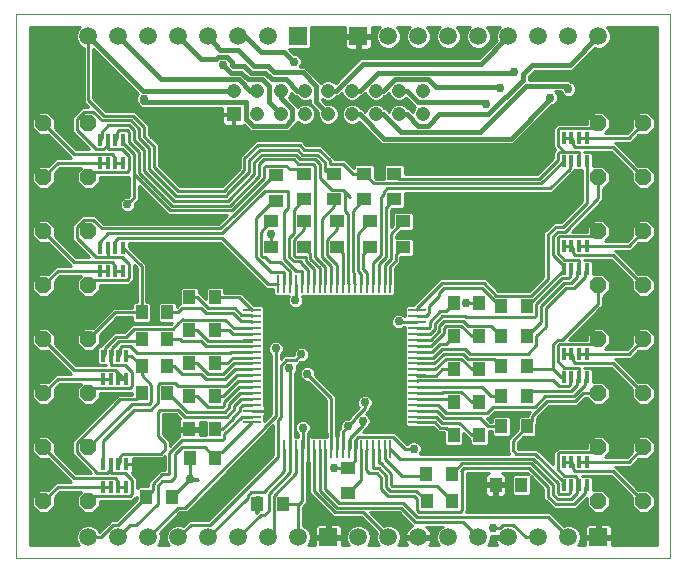
<source format=gtl>
G75*
%MOIN*%
%OFA0B0*%
%FSLAX25Y25*%
%IPPOS*%
%LPD*%
%AMOC8*
5,1,8,0,0,1.08239X$1,22.5*
%
%ADD10C,0.00000*%
%ADD11R,0.05000X0.04000*%
%ADD12R,0.04000X0.05000*%
%ADD13R,0.01800X0.04000*%
%ADD14OC8,0.05600*%
%ADD15R,0.05900X0.05900*%
%ADD16C,0.05900*%
%ADD17R,0.01024X0.05906*%
%ADD18R,0.05906X0.01024*%
%ADD19R,0.04756X0.04756*%
%ADD20C,0.04756*%
%ADD21C,0.01000*%
%ADD22C,0.02978*%
%ADD23C,0.03000*%
%ADD24C,0.01600*%
D10*
X0001500Y0001500D02*
X0001500Y0183000D01*
X0219500Y0183000D01*
X0219500Y0001500D01*
X0001500Y0001500D01*
D11*
X0112000Y0023181D03*
X0112000Y0031780D03*
X0108500Y0105220D03*
X0108500Y0113819D03*
X0107500Y0121181D03*
X0097500Y0121181D03*
X0097500Y0113819D03*
X0097500Y0105220D03*
X0086500Y0105220D03*
X0086500Y0113819D03*
X0088000Y0120681D03*
X0088000Y0129280D03*
X0097500Y0129780D03*
X0107500Y0129780D03*
X0117500Y0129780D03*
X0127500Y0129780D03*
X0127500Y0121181D03*
X0130500Y0113819D03*
X0130500Y0105220D03*
X0119500Y0105220D03*
X0119500Y0113819D03*
X0117500Y0121181D03*
D12*
X0147220Y0086500D03*
X0155819Y0086500D03*
X0163181Y0085500D03*
X0171780Y0085500D03*
X0171780Y0075500D03*
X0163181Y0075500D03*
X0155819Y0075500D03*
X0147220Y0075500D03*
X0147220Y0064500D03*
X0155819Y0064500D03*
X0163181Y0065500D03*
X0171780Y0065500D03*
X0171780Y0055500D03*
X0163181Y0055500D03*
X0155819Y0053500D03*
X0147220Y0053500D03*
X0147220Y0042500D03*
X0155819Y0042500D03*
X0163181Y0045500D03*
X0171780Y0045500D03*
X0169819Y0026000D03*
X0161220Y0026000D03*
X0146780Y0029500D03*
X0138181Y0029500D03*
X0138220Y0020500D03*
X0146819Y0020500D03*
X0090319Y0019500D03*
X0081720Y0019500D03*
X0067819Y0035000D03*
X0059220Y0035000D03*
X0059181Y0044500D03*
X0067780Y0044500D03*
X0067780Y0055500D03*
X0059181Y0055500D03*
X0051819Y0056500D03*
X0043220Y0056500D03*
X0043220Y0065500D03*
X0051819Y0065500D03*
X0059181Y0066500D03*
X0067780Y0066500D03*
X0067780Y0077500D03*
X0059181Y0077500D03*
X0051819Y0074500D03*
X0043220Y0074500D03*
X0043220Y0083500D03*
X0051819Y0083500D03*
X0059181Y0088500D03*
X0067780Y0088500D03*
X0053280Y0022000D03*
X0044681Y0022000D03*
D13*
X0038100Y0025300D03*
X0035500Y0025300D03*
X0032900Y0025300D03*
X0030300Y0025300D03*
X0030300Y0033100D03*
X0032900Y0033100D03*
X0035500Y0033100D03*
X0038100Y0033100D03*
X0038100Y0061300D03*
X0035500Y0061300D03*
X0032900Y0061300D03*
X0030300Y0061300D03*
X0030300Y0069100D03*
X0032900Y0069100D03*
X0035500Y0069100D03*
X0038100Y0069100D03*
X0037100Y0097300D03*
X0034500Y0097300D03*
X0031900Y0097300D03*
X0029300Y0097300D03*
X0029300Y0105100D03*
X0031900Y0105100D03*
X0034500Y0105100D03*
X0037100Y0105100D03*
X0037100Y0133300D03*
X0034500Y0133300D03*
X0031900Y0133300D03*
X0029300Y0133300D03*
X0029300Y0141100D03*
X0031900Y0141100D03*
X0034500Y0141100D03*
X0037100Y0141100D03*
X0183900Y0141700D03*
X0186500Y0141700D03*
X0189100Y0141700D03*
X0191700Y0141700D03*
X0191700Y0133900D03*
X0189100Y0133900D03*
X0186500Y0133900D03*
X0183900Y0133900D03*
X0183900Y0105700D03*
X0186500Y0105700D03*
X0189100Y0105700D03*
X0191700Y0105700D03*
X0191700Y0097900D03*
X0189100Y0097900D03*
X0186500Y0097900D03*
X0183900Y0097900D03*
X0183900Y0069700D03*
X0186500Y0069700D03*
X0189100Y0069700D03*
X0191700Y0069700D03*
X0191700Y0061900D03*
X0189100Y0061900D03*
X0186500Y0061900D03*
X0183900Y0061900D03*
X0183900Y0033700D03*
X0186500Y0033700D03*
X0189100Y0033700D03*
X0191700Y0033700D03*
X0191700Y0025900D03*
X0189100Y0025900D03*
X0186500Y0025900D03*
X0183900Y0025900D03*
D14*
X0195500Y0020500D03*
X0210500Y0020500D03*
X0210500Y0038500D03*
X0195500Y0038500D03*
X0195500Y0056500D03*
X0210500Y0056500D03*
X0210500Y0074500D03*
X0195500Y0074500D03*
X0195500Y0092500D03*
X0210500Y0092500D03*
X0210500Y0110500D03*
X0195500Y0110500D03*
X0195500Y0128500D03*
X0210500Y0128500D03*
X0210500Y0146500D03*
X0195500Y0146500D03*
X0025500Y0146500D03*
X0010500Y0146500D03*
X0010500Y0128500D03*
X0025500Y0128500D03*
X0025500Y0110500D03*
X0010500Y0110500D03*
X0010500Y0092500D03*
X0025500Y0092500D03*
X0025500Y0074500D03*
X0010500Y0074500D03*
X0010500Y0056500D03*
X0025500Y0056500D03*
X0025500Y0038500D03*
X0010500Y0038500D03*
X0010500Y0020500D03*
X0025500Y0020500D03*
D15*
X0105500Y0008500D03*
X0195500Y0008500D03*
X0115500Y0175500D03*
X0095500Y0175500D03*
D16*
X0085500Y0175500D03*
X0075500Y0175500D03*
X0065500Y0175500D03*
X0055500Y0175500D03*
X0045500Y0175500D03*
X0035500Y0175500D03*
X0025500Y0175500D03*
X0125500Y0175500D03*
X0135500Y0175500D03*
X0145500Y0175500D03*
X0155500Y0175500D03*
X0165500Y0175500D03*
X0175500Y0175500D03*
X0185500Y0175500D03*
X0195500Y0175500D03*
X0185500Y0008500D03*
X0175500Y0008500D03*
X0165500Y0008500D03*
X0155500Y0008500D03*
X0145500Y0008500D03*
X0135500Y0008500D03*
X0125500Y0008500D03*
X0115500Y0008500D03*
X0095500Y0008500D03*
X0085500Y0008500D03*
X0075500Y0008500D03*
X0065500Y0008500D03*
X0055500Y0008500D03*
X0045500Y0008500D03*
X0035500Y0008500D03*
X0025500Y0008500D03*
D17*
X0088799Y0037941D03*
X0090768Y0037941D03*
X0092736Y0037941D03*
X0094705Y0037941D03*
X0096673Y0037941D03*
X0098642Y0037941D03*
X0100610Y0037941D03*
X0102579Y0037941D03*
X0104547Y0037941D03*
X0106516Y0037941D03*
X0108484Y0037941D03*
X0110453Y0037941D03*
X0112421Y0037941D03*
X0114390Y0037941D03*
X0116358Y0037941D03*
X0118327Y0037941D03*
X0120295Y0037941D03*
X0122264Y0037941D03*
X0124232Y0037941D03*
X0126201Y0037941D03*
X0126201Y0093059D03*
X0124232Y0093059D03*
X0122264Y0093059D03*
X0120295Y0093059D03*
X0118327Y0093059D03*
X0116358Y0093059D03*
X0114390Y0093059D03*
X0112421Y0093059D03*
X0110453Y0093059D03*
X0108484Y0093059D03*
X0106516Y0093059D03*
X0104547Y0093059D03*
X0102579Y0093059D03*
X0100610Y0093059D03*
X0098642Y0093059D03*
X0096673Y0093059D03*
X0094705Y0093059D03*
X0092736Y0093059D03*
X0090768Y0093059D03*
X0088799Y0093059D03*
D18*
X0079941Y0084201D03*
X0079941Y0082232D03*
X0079941Y0080264D03*
X0079941Y0078295D03*
X0079941Y0076327D03*
X0079941Y0074358D03*
X0079941Y0072390D03*
X0079941Y0070421D03*
X0079941Y0068453D03*
X0079941Y0066484D03*
X0079941Y0064516D03*
X0079941Y0062547D03*
X0079941Y0060579D03*
X0079941Y0058610D03*
X0079941Y0056642D03*
X0079941Y0054673D03*
X0079941Y0052705D03*
X0079941Y0050736D03*
X0079941Y0048768D03*
X0079941Y0046799D03*
X0135059Y0046799D03*
X0135059Y0048768D03*
X0135059Y0050736D03*
X0135059Y0052705D03*
X0135059Y0054673D03*
X0135059Y0056642D03*
X0135059Y0058610D03*
X0135059Y0060579D03*
X0135059Y0062547D03*
X0135059Y0064516D03*
X0135059Y0066484D03*
X0135059Y0068453D03*
X0135059Y0070421D03*
X0135059Y0072390D03*
X0135059Y0074358D03*
X0135059Y0076327D03*
X0135059Y0078295D03*
X0135059Y0080264D03*
X0135059Y0082232D03*
X0135059Y0084201D03*
D19*
X0074004Y0149563D03*
D20*
X0081878Y0149563D03*
X0089752Y0149563D03*
X0097626Y0149563D03*
X0105500Y0149563D03*
X0105500Y0157437D03*
X0097626Y0157437D03*
X0089752Y0157437D03*
X0081878Y0157437D03*
X0074004Y0157437D03*
X0113374Y0157437D03*
X0121248Y0157437D03*
X0121248Y0149563D03*
X0113374Y0149563D03*
X0129122Y0149563D03*
X0136996Y0149563D03*
X0136996Y0157437D03*
X0129122Y0157437D03*
D21*
X0126370Y0155271D02*
X0124000Y0155271D01*
X0124196Y0155467D02*
X0123218Y0154489D01*
X0121940Y0153959D01*
X0120556Y0153959D01*
X0119278Y0154489D01*
X0118300Y0155467D01*
X0117808Y0156653D01*
X0116692Y0155537D01*
X0116352Y0155537D01*
X0116322Y0155467D01*
X0115344Y0154489D01*
X0114066Y0153959D01*
X0112682Y0153959D01*
X0111404Y0154489D01*
X0110426Y0155467D01*
X0109934Y0156653D01*
X0108818Y0155537D01*
X0108477Y0155537D01*
X0108448Y0155467D01*
X0107470Y0154489D01*
X0106192Y0153959D01*
X0104808Y0153959D01*
X0103530Y0154489D01*
X0103304Y0154715D01*
X0103304Y0154446D01*
X0104738Y0153012D01*
X0104808Y0153041D01*
X0106192Y0153041D01*
X0107470Y0152511D01*
X0108448Y0151533D01*
X0108978Y0150255D01*
X0108978Y0148871D01*
X0108448Y0147593D01*
X0107470Y0146615D01*
X0106192Y0146085D01*
X0104808Y0146085D01*
X0103530Y0146615D01*
X0102552Y0147593D01*
X0102022Y0148871D01*
X0102022Y0150255D01*
X0102051Y0150325D01*
X0100617Y0151759D01*
X0099504Y0152872D01*
X0099504Y0154450D01*
X0098318Y0153959D01*
X0096934Y0153959D01*
X0095656Y0154489D01*
X0094678Y0155467D01*
X0094648Y0155537D01*
X0094308Y0155537D01*
X0093192Y0156653D01*
X0092700Y0155467D01*
X0092289Y0155056D01*
X0095245Y0152100D01*
X0095656Y0152511D01*
X0096934Y0153041D01*
X0098318Y0153041D01*
X0099596Y0152511D01*
X0100574Y0151533D01*
X0101104Y0150255D01*
X0101104Y0148871D01*
X0100574Y0147593D01*
X0099596Y0146615D01*
X0098318Y0146085D01*
X0096934Y0146085D01*
X0095656Y0146615D01*
X0095245Y0147026D01*
X0093217Y0144998D01*
X0092104Y0143885D01*
X0079526Y0143885D01*
X0078413Y0144998D01*
X0077365Y0146046D01*
X0077303Y0145985D01*
X0076961Y0145787D01*
X0076579Y0145685D01*
X0074193Y0145685D01*
X0074193Y0149374D01*
X0073815Y0149374D01*
X0073815Y0145685D01*
X0071428Y0145685D01*
X0071047Y0145787D01*
X0070705Y0145985D01*
X0070426Y0146264D01*
X0070228Y0146606D01*
X0070126Y0146988D01*
X0070126Y0149374D01*
X0073815Y0149374D01*
X0073815Y0149752D01*
X0070126Y0149752D01*
X0070126Y0151759D01*
X0043054Y0151759D01*
X0041941Y0152872D01*
X0041600Y0153213D01*
X0041600Y0153529D01*
X0041411Y0153985D01*
X0041411Y0155015D01*
X0041805Y0155967D01*
X0042118Y0156279D01*
X0027108Y0171289D01*
X0027100Y0154941D01*
X0031341Y0150700D01*
X0041007Y0150700D01*
X0041944Y0149763D01*
X0045591Y0146116D01*
X0045591Y0142842D01*
X0046088Y0142344D01*
X0046088Y0142344D01*
X0048925Y0139507D01*
X0048925Y0132550D01*
X0055969Y0125507D01*
X0069931Y0125507D01*
X0075900Y0131476D01*
X0075900Y0135549D01*
X0081231Y0140880D01*
X0096551Y0140880D01*
X0097488Y0139942D01*
X0098151Y0139280D01*
X0103107Y0139280D01*
X0104044Y0138342D01*
X0104044Y0138342D01*
X0107500Y0134886D01*
X0107500Y0134480D01*
X0111118Y0134480D01*
X0113900Y0131698D01*
X0113900Y0132235D01*
X0114544Y0132880D01*
X0120456Y0132880D01*
X0121100Y0132235D01*
X0121100Y0128442D01*
X0121442Y0128100D01*
X0123900Y0128100D01*
X0123900Y0132235D01*
X0124544Y0132880D01*
X0130456Y0132880D01*
X0131100Y0132235D01*
X0131100Y0129700D01*
X0175175Y0129700D01*
X0180300Y0134825D01*
X0180300Y0137018D01*
X0180944Y0137663D01*
X0181082Y0137800D01*
X0180300Y0138582D01*
X0180300Y0144818D01*
X0180944Y0145463D01*
X0181882Y0146400D01*
X0191600Y0146400D01*
X0191600Y0148115D01*
X0193885Y0150400D01*
X0197115Y0150400D01*
X0199400Y0148115D01*
X0199400Y0144885D01*
X0197815Y0143300D01*
X0205037Y0143300D01*
X0206611Y0144874D01*
X0206600Y0144885D01*
X0206600Y0148115D01*
X0208885Y0150400D01*
X0212115Y0150400D01*
X0214400Y0148115D01*
X0214400Y0144885D01*
X0212115Y0142600D01*
X0208885Y0142600D01*
X0208874Y0142611D01*
X0206363Y0140100D01*
X0201163Y0140100D01*
X0202000Y0139263D01*
X0208874Y0132389D01*
X0208885Y0132400D01*
X0212115Y0132400D01*
X0214400Y0130115D01*
X0214400Y0126885D01*
X0212115Y0124600D01*
X0208885Y0124600D01*
X0206600Y0126885D01*
X0206600Y0130115D01*
X0206611Y0130126D01*
X0199737Y0137000D01*
X0190700Y0137000D01*
X0190700Y0137000D01*
X0193056Y0137000D01*
X0193700Y0136356D01*
X0193700Y0132215D01*
X0193885Y0132400D01*
X0197115Y0132400D01*
X0199400Y0130115D01*
X0199400Y0126885D01*
X0197115Y0124600D01*
X0197100Y0124600D01*
X0197100Y0120837D01*
X0186663Y0110400D01*
X0191600Y0110400D01*
X0191600Y0112115D01*
X0193885Y0114400D01*
X0197115Y0114400D01*
X0199400Y0112115D01*
X0199400Y0108885D01*
X0197815Y0107300D01*
X0205037Y0107300D01*
X0206611Y0108874D01*
X0206600Y0108885D01*
X0206600Y0112115D01*
X0208885Y0114400D01*
X0212115Y0114400D01*
X0214400Y0112115D01*
X0214400Y0108885D01*
X0212115Y0106600D01*
X0208885Y0106600D01*
X0208874Y0106611D01*
X0206363Y0104100D01*
X0201163Y0104100D01*
X0202000Y0103263D01*
X0208874Y0096389D01*
X0208885Y0096400D01*
X0212115Y0096400D01*
X0214400Y0094115D01*
X0214400Y0090885D01*
X0212115Y0088600D01*
X0208885Y0088600D01*
X0206600Y0090885D01*
X0206600Y0094115D01*
X0206611Y0094126D01*
X0199737Y0101000D01*
X0190700Y0101000D01*
X0190700Y0101000D01*
X0193056Y0101000D01*
X0193700Y0100356D01*
X0193700Y0096215D01*
X0193885Y0096400D01*
X0197115Y0096400D01*
X0199400Y0094115D01*
X0199400Y0090885D01*
X0197115Y0088600D01*
X0197100Y0088600D01*
X0197100Y0085737D01*
X0196163Y0084800D01*
X0185763Y0074400D01*
X0191600Y0074400D01*
X0191600Y0076115D01*
X0193885Y0078400D01*
X0197115Y0078400D01*
X0199400Y0076115D01*
X0199400Y0072885D01*
X0197815Y0071300D01*
X0205037Y0071300D01*
X0206611Y0072874D01*
X0206600Y0072885D01*
X0206600Y0076115D01*
X0208885Y0078400D01*
X0212115Y0078400D01*
X0214400Y0076115D01*
X0214400Y0072885D01*
X0212115Y0070600D01*
X0208885Y0070600D01*
X0208874Y0070611D01*
X0206363Y0068100D01*
X0201163Y0068100D01*
X0202000Y0067263D01*
X0208874Y0060389D01*
X0208885Y0060400D01*
X0212115Y0060400D01*
X0214400Y0058115D01*
X0214400Y0054885D01*
X0212115Y0052600D01*
X0208885Y0052600D01*
X0206600Y0054885D01*
X0206600Y0058115D01*
X0206611Y0058126D01*
X0199737Y0065000D01*
X0190700Y0065000D01*
X0190700Y0065000D01*
X0193056Y0065000D01*
X0193700Y0064356D01*
X0193700Y0060215D01*
X0193885Y0060400D01*
X0197115Y0060400D01*
X0199400Y0058115D01*
X0199400Y0054885D01*
X0197115Y0052600D01*
X0193885Y0052600D01*
X0191600Y0054885D01*
X0191600Y0054900D01*
X0191081Y0054900D01*
X0189418Y0053237D01*
X0189418Y0053237D01*
X0188481Y0052300D01*
X0179161Y0052300D01*
X0175100Y0048239D01*
X0175100Y0046558D01*
X0174880Y0046337D01*
X0174880Y0042544D01*
X0174235Y0041900D01*
X0170442Y0041900D01*
X0168600Y0040058D01*
X0168600Y0038163D01*
X0168771Y0037991D01*
X0175153Y0037991D01*
X0180300Y0032844D01*
X0180300Y0036818D01*
X0181237Y0037756D01*
X0181237Y0037756D01*
X0181882Y0038400D01*
X0191600Y0038400D01*
X0191600Y0040115D01*
X0193885Y0042400D01*
X0197115Y0042400D01*
X0199400Y0040115D01*
X0199400Y0036885D01*
X0197815Y0035300D01*
X0205037Y0035300D01*
X0206611Y0036874D01*
X0206600Y0036885D01*
X0206600Y0040115D01*
X0208885Y0042400D01*
X0212115Y0042400D01*
X0214400Y0040115D01*
X0214400Y0036885D01*
X0212115Y0034600D01*
X0208885Y0034600D01*
X0208874Y0034611D01*
X0206363Y0032100D01*
X0201163Y0032100D01*
X0202000Y0031263D01*
X0208874Y0024389D01*
X0208885Y0024400D01*
X0212115Y0024400D01*
X0214400Y0022115D01*
X0214400Y0018885D01*
X0212115Y0016600D01*
X0208885Y0016600D01*
X0206600Y0018885D01*
X0206600Y0022115D01*
X0206611Y0022126D01*
X0199737Y0029000D01*
X0190100Y0029000D01*
X0190100Y0029000D01*
X0193056Y0029000D01*
X0193700Y0028356D01*
X0193700Y0024215D01*
X0193885Y0024400D01*
X0197115Y0024400D01*
X0199400Y0022115D01*
X0199400Y0018885D01*
X0197115Y0016600D01*
X0193885Y0016600D01*
X0191600Y0018885D01*
X0191600Y0021682D01*
X0187918Y0018000D01*
X0180556Y0018000D01*
X0179619Y0018937D01*
X0178037Y0020519D01*
X0177100Y0021456D01*
X0177100Y0024729D01*
X0172919Y0028910D01*
X0172919Y0023044D01*
X0172275Y0022400D01*
X0167363Y0022400D01*
X0166719Y0023044D01*
X0166719Y0028956D01*
X0167363Y0029600D01*
X0172229Y0029600D01*
X0171837Y0029991D01*
X0163450Y0029991D01*
X0163799Y0029898D01*
X0164141Y0029700D01*
X0164421Y0029421D01*
X0164618Y0029079D01*
X0164720Y0028697D01*
X0164720Y0026500D01*
X0161721Y0026500D01*
X0161721Y0025500D01*
X0164720Y0025500D01*
X0164720Y0023303D01*
X0164618Y0022921D01*
X0164421Y0022579D01*
X0164141Y0022300D01*
X0163799Y0022102D01*
X0163418Y0022000D01*
X0161720Y0022000D01*
X0161720Y0025500D01*
X0160720Y0025500D01*
X0157720Y0025500D01*
X0157720Y0023303D01*
X0157823Y0022921D01*
X0158020Y0022579D01*
X0158299Y0022300D01*
X0158641Y0022102D01*
X0159023Y0022000D01*
X0160720Y0022000D01*
X0160720Y0025500D01*
X0160720Y0026500D01*
X0157720Y0026500D01*
X0157720Y0028697D01*
X0157823Y0029079D01*
X0158020Y0029421D01*
X0158299Y0029700D01*
X0158641Y0029898D01*
X0158991Y0029991D01*
X0151600Y0029991D01*
X0151600Y0017337D01*
X0151519Y0017256D01*
X0151519Y0016900D01*
X0179363Y0016900D01*
X0180300Y0015963D01*
X0184000Y0012262D01*
X0184694Y0012550D01*
X0186306Y0012550D01*
X0187794Y0011933D01*
X0188933Y0010794D01*
X0189550Y0009306D01*
X0189550Y0007694D01*
X0188933Y0006206D01*
X0188728Y0006000D01*
X0191050Y0006000D01*
X0191050Y0008025D01*
X0195025Y0008025D01*
X0195025Y0008975D01*
X0195025Y0012950D01*
X0192353Y0012950D01*
X0191971Y0012848D01*
X0191629Y0012650D01*
X0191350Y0012371D01*
X0191152Y0012029D01*
X0191050Y0011647D01*
X0191050Y0008975D01*
X0195025Y0008975D01*
X0195975Y0008975D01*
X0195975Y0012950D01*
X0198647Y0012950D01*
X0199029Y0012848D01*
X0199371Y0012650D01*
X0199650Y0012371D01*
X0199848Y0012029D01*
X0199950Y0011647D01*
X0199950Y0008975D01*
X0195975Y0008975D01*
X0195975Y0008025D01*
X0199950Y0008025D01*
X0199950Y0006000D01*
X0215000Y0006000D01*
X0215000Y0178500D01*
X0198228Y0178500D01*
X0198933Y0177794D01*
X0199550Y0176306D01*
X0199550Y0174694D01*
X0198933Y0173206D01*
X0197794Y0172067D01*
X0196306Y0171450D01*
X0194694Y0171450D01*
X0194300Y0171613D01*
X0186787Y0164100D01*
X0174287Y0164100D01*
X0172250Y0162063D01*
X0172250Y0160962D01*
X0185725Y0160962D01*
X0186245Y0160442D01*
X0186967Y0160143D01*
X0187695Y0159415D01*
X0188089Y0158463D01*
X0188089Y0157433D01*
X0187695Y0156482D01*
X0186967Y0155753D01*
X0186015Y0155359D01*
X0184985Y0155359D01*
X0184033Y0155753D01*
X0183305Y0156482D01*
X0183023Y0157162D01*
X0180999Y0157162D01*
X0181695Y0156467D01*
X0182089Y0155515D01*
X0182089Y0154485D01*
X0181695Y0153533D01*
X0180967Y0152805D01*
X0180157Y0152470D01*
X0167172Y0139485D01*
X0123296Y0139485D01*
X0122183Y0140598D01*
X0115755Y0147026D01*
X0115344Y0146615D01*
X0114066Y0146085D01*
X0112682Y0146085D01*
X0111404Y0146615D01*
X0110426Y0147593D01*
X0109896Y0148871D01*
X0109896Y0150255D01*
X0110426Y0151533D01*
X0111404Y0152511D01*
X0112682Y0153041D01*
X0114066Y0153041D01*
X0115344Y0152511D01*
X0116322Y0151533D01*
X0116352Y0151463D01*
X0116692Y0151463D01*
X0117808Y0150347D01*
X0118300Y0151533D01*
X0119278Y0152511D01*
X0120556Y0153041D01*
X0121940Y0153041D01*
X0123218Y0152511D01*
X0124196Y0151533D01*
X0124226Y0151463D01*
X0124566Y0151463D01*
X0125682Y0150347D01*
X0126174Y0151533D01*
X0127152Y0152511D01*
X0128430Y0153041D01*
X0129814Y0153041D01*
X0131092Y0152511D01*
X0132070Y0151533D01*
X0132100Y0151463D01*
X0132440Y0151463D01*
X0133556Y0150347D01*
X0134048Y0151533D01*
X0134459Y0151944D01*
X0133531Y0152872D01*
X0131503Y0154900D01*
X0131092Y0154489D01*
X0129814Y0153959D01*
X0128430Y0153959D01*
X0127152Y0154489D01*
X0126174Y0155467D01*
X0125682Y0156653D01*
X0124566Y0155537D01*
X0124226Y0155537D01*
X0124196Y0155467D01*
X0125298Y0156269D02*
X0125841Y0156269D01*
X0127674Y0154272D02*
X0122696Y0154272D01*
X0123454Y0152275D02*
X0126916Y0152275D01*
X0126067Y0151277D02*
X0124752Y0151277D01*
X0119800Y0154272D02*
X0114822Y0154272D01*
X0116126Y0155271D02*
X0118496Y0155271D01*
X0117967Y0156269D02*
X0117424Y0156269D01*
X0119042Y0152275D02*
X0115580Y0152275D01*
X0116878Y0151277D02*
X0118193Y0151277D01*
X0116497Y0146284D02*
X0114546Y0146284D01*
X0112202Y0146284D02*
X0106672Y0146284D01*
X0108138Y0147283D02*
X0110736Y0147283D01*
X0110140Y0148281D02*
X0108734Y0148281D01*
X0108978Y0149280D02*
X0109896Y0149280D01*
X0109906Y0150278D02*
X0108968Y0150278D01*
X0108555Y0151277D02*
X0110319Y0151277D01*
X0111168Y0152275D02*
X0107706Y0152275D01*
X0106948Y0154272D02*
X0111926Y0154272D01*
X0110622Y0155271D02*
X0108252Y0155271D01*
X0109550Y0156269D02*
X0110093Y0156269D01*
X0107881Y0159974D02*
X0115122Y0167215D01*
X0116235Y0168328D01*
X0155641Y0168328D01*
X0161613Y0174300D01*
X0161450Y0174694D01*
X0161450Y0176306D01*
X0162067Y0177794D01*
X0162772Y0178500D01*
X0158228Y0178500D01*
X0158933Y0177794D01*
X0159550Y0176306D01*
X0159550Y0174694D01*
X0158933Y0173206D01*
X0157794Y0172067D01*
X0156306Y0171450D01*
X0154694Y0171450D01*
X0153206Y0172067D01*
X0152067Y0173206D01*
X0151450Y0174694D01*
X0151450Y0176306D01*
X0152067Y0177794D01*
X0152772Y0178500D01*
X0148228Y0178500D01*
X0148933Y0177794D01*
X0149550Y0176306D01*
X0149550Y0174694D01*
X0148933Y0173206D01*
X0147794Y0172067D01*
X0146306Y0171450D01*
X0144694Y0171450D01*
X0143206Y0172067D01*
X0142067Y0173206D01*
X0141450Y0174694D01*
X0141450Y0176306D01*
X0142067Y0177794D01*
X0142772Y0178500D01*
X0138228Y0178500D01*
X0138933Y0177794D01*
X0139550Y0176306D01*
X0139550Y0174694D01*
X0138933Y0173206D01*
X0137794Y0172067D01*
X0136306Y0171450D01*
X0134694Y0171450D01*
X0133206Y0172067D01*
X0132067Y0173206D01*
X0131450Y0174694D01*
X0131450Y0176306D01*
X0132067Y0177794D01*
X0132772Y0178500D01*
X0128228Y0178500D01*
X0128933Y0177794D01*
X0129550Y0176306D01*
X0129550Y0174694D01*
X0128933Y0173206D01*
X0127794Y0172067D01*
X0126306Y0171450D01*
X0124694Y0171450D01*
X0123206Y0172067D01*
X0122067Y0173206D01*
X0121450Y0174694D01*
X0121450Y0176306D01*
X0122067Y0177794D01*
X0122772Y0178500D01*
X0119950Y0178500D01*
X0119950Y0175975D01*
X0115975Y0175975D01*
X0115975Y0175025D01*
X0119950Y0175025D01*
X0119950Y0172353D01*
X0119848Y0171971D01*
X0119650Y0171629D01*
X0119371Y0171350D01*
X0119029Y0171152D01*
X0118647Y0171050D01*
X0115975Y0171050D01*
X0115975Y0175025D01*
X0115025Y0175025D01*
X0115025Y0171050D01*
X0112353Y0171050D01*
X0111971Y0171152D01*
X0111629Y0171350D01*
X0111350Y0171629D01*
X0111152Y0171971D01*
X0111050Y0172353D01*
X0111050Y0175025D01*
X0115025Y0175025D01*
X0115025Y0175975D01*
X0111050Y0175975D01*
X0111050Y0178500D01*
X0099550Y0178500D01*
X0099550Y0172094D01*
X0098906Y0171450D01*
X0092237Y0171450D01*
X0092750Y0170937D01*
X0094098Y0169589D01*
X0094515Y0169589D01*
X0095467Y0169195D01*
X0096195Y0168467D01*
X0096589Y0167515D01*
X0096589Y0166485D01*
X0096195Y0165533D01*
X0096061Y0165400D01*
X0097693Y0165400D01*
X0098806Y0164287D01*
X0103119Y0159974D01*
X0103530Y0160385D01*
X0104808Y0160915D01*
X0106192Y0160915D01*
X0107470Y0160385D01*
X0107881Y0159974D01*
X0107592Y0160263D02*
X0108170Y0160263D01*
X0109169Y0161262D02*
X0101831Y0161262D01*
X0100832Y0162260D02*
X0110168Y0162260D01*
X0111166Y0163259D02*
X0099834Y0163259D01*
X0098835Y0164257D02*
X0112165Y0164257D01*
X0113163Y0165256D02*
X0097837Y0165256D01*
X0096493Y0166254D02*
X0114162Y0166254D01*
X0115160Y0167253D02*
X0096589Y0167253D01*
X0096284Y0168251D02*
X0116159Y0168251D01*
X0115975Y0171247D02*
X0115025Y0171247D01*
X0115025Y0172245D02*
X0115975Y0172245D01*
X0115975Y0173244D02*
X0115025Y0173244D01*
X0115025Y0174242D02*
X0115975Y0174242D01*
X0115975Y0175241D02*
X0121450Y0175241D01*
X0121450Y0176239D02*
X0119950Y0176239D01*
X0119950Y0177238D02*
X0121836Y0177238D01*
X0122509Y0178237D02*
X0119950Y0178237D01*
X0119950Y0174242D02*
X0121637Y0174242D01*
X0122051Y0173244D02*
X0119950Y0173244D01*
X0119921Y0172245D02*
X0123027Y0172245D01*
X0119193Y0171247D02*
X0158560Y0171247D01*
X0157973Y0172245D02*
X0159558Y0172245D01*
X0158949Y0173244D02*
X0160557Y0173244D01*
X0161555Y0174242D02*
X0159363Y0174242D01*
X0159550Y0175241D02*
X0161450Y0175241D01*
X0161450Y0176239D02*
X0159550Y0176239D01*
X0159164Y0177238D02*
X0161836Y0177238D01*
X0162509Y0178237D02*
X0158491Y0178237D01*
X0152509Y0178237D02*
X0148491Y0178237D01*
X0149164Y0177238D02*
X0151836Y0177238D01*
X0151450Y0176239D02*
X0149550Y0176239D01*
X0149550Y0175241D02*
X0151450Y0175241D01*
X0151637Y0174242D02*
X0149363Y0174242D01*
X0148949Y0173244D02*
X0152051Y0173244D01*
X0153027Y0172245D02*
X0147973Y0172245D01*
X0143027Y0172245D02*
X0137973Y0172245D01*
X0138949Y0173244D02*
X0142051Y0173244D01*
X0141637Y0174242D02*
X0139363Y0174242D01*
X0139550Y0175241D02*
X0141450Y0175241D01*
X0141450Y0176239D02*
X0139550Y0176239D01*
X0139164Y0177238D02*
X0141836Y0177238D01*
X0142509Y0178237D02*
X0138491Y0178237D01*
X0132509Y0178237D02*
X0128491Y0178237D01*
X0129164Y0177238D02*
X0131836Y0177238D01*
X0131450Y0176239D02*
X0129550Y0176239D01*
X0129550Y0175241D02*
X0131450Y0175241D01*
X0131637Y0174242D02*
X0129363Y0174242D01*
X0128949Y0173244D02*
X0132051Y0173244D01*
X0133027Y0172245D02*
X0127973Y0172245D01*
X0115025Y0175241D02*
X0099550Y0175241D01*
X0099550Y0176239D02*
X0111050Y0176239D01*
X0111050Y0177238D02*
X0099550Y0177238D01*
X0099550Y0178237D02*
X0111050Y0178237D01*
X0111050Y0174242D02*
X0099550Y0174242D01*
X0099550Y0173244D02*
X0111050Y0173244D01*
X0111079Y0172245D02*
X0099550Y0172245D01*
X0095334Y0169250D02*
X0156563Y0169250D01*
X0157561Y0170248D02*
X0093439Y0170248D01*
X0092440Y0171247D02*
X0111807Y0171247D01*
X0103408Y0160263D02*
X0102830Y0160263D01*
X0103478Y0154272D02*
X0104052Y0154272D01*
X0104476Y0153274D02*
X0133130Y0153274D01*
X0134128Y0152275D02*
X0131328Y0152275D01*
X0132627Y0151277D02*
X0133941Y0151277D01*
X0132131Y0154272D02*
X0130570Y0154272D01*
X0118494Y0144287D02*
X0092506Y0144287D01*
X0093504Y0145286D02*
X0117496Y0145286D01*
X0119493Y0143289D02*
X0045591Y0143289D01*
X0045591Y0144287D02*
X0079124Y0144287D01*
X0078125Y0145286D02*
X0045591Y0145286D01*
X0045423Y0146284D02*
X0070414Y0146284D01*
X0070126Y0147283D02*
X0044424Y0147283D01*
X0043425Y0148281D02*
X0070126Y0148281D01*
X0070126Y0149280D02*
X0042427Y0149280D01*
X0041428Y0150278D02*
X0070126Y0150278D01*
X0070126Y0151277D02*
X0030764Y0151277D01*
X0029766Y0152275D02*
X0042538Y0152275D01*
X0041600Y0153274D02*
X0028767Y0153274D01*
X0027769Y0154272D02*
X0041411Y0154272D01*
X0041517Y0155271D02*
X0027100Y0155271D01*
X0027101Y0156269D02*
X0042108Y0156269D01*
X0041129Y0157268D02*
X0027101Y0157268D01*
X0027102Y0158266D02*
X0040131Y0158266D01*
X0039132Y0159265D02*
X0027102Y0159265D01*
X0027103Y0160263D02*
X0038134Y0160263D01*
X0037135Y0161262D02*
X0027103Y0161262D01*
X0027104Y0162260D02*
X0036137Y0162260D01*
X0035138Y0163259D02*
X0027104Y0163259D01*
X0027105Y0164257D02*
X0034140Y0164257D01*
X0033141Y0165256D02*
X0027105Y0165256D01*
X0027106Y0166254D02*
X0032143Y0166254D01*
X0031144Y0167253D02*
X0027106Y0167253D01*
X0027107Y0168251D02*
X0030146Y0168251D01*
X0029147Y0169250D02*
X0027107Y0169250D01*
X0027108Y0170248D02*
X0028149Y0170248D01*
X0027150Y0171247D02*
X0027108Y0171247D01*
X0023908Y0171247D02*
X0006000Y0171247D01*
X0006000Y0172245D02*
X0023027Y0172245D01*
X0023206Y0172067D02*
X0023909Y0171775D01*
X0023900Y0154941D01*
X0023900Y0154286D01*
X0023900Y0153616D01*
X0023900Y0153615D01*
X0024362Y0153153D01*
X0024836Y0152679D01*
X0024837Y0152679D01*
X0025515Y0152000D01*
X0023222Y0152000D01*
X0022285Y0151063D01*
X0020937Y0149715D01*
X0020000Y0148778D01*
X0020000Y0143682D01*
X0020937Y0142744D01*
X0025682Y0138000D01*
X0021263Y0138000D01*
X0014389Y0144874D01*
X0014400Y0144885D01*
X0014400Y0148115D01*
X0012115Y0150400D01*
X0008885Y0150400D01*
X0006600Y0148115D01*
X0006600Y0144885D01*
X0008885Y0142600D01*
X0012115Y0142600D01*
X0012126Y0142611D01*
X0019000Y0135737D01*
X0019837Y0134900D01*
X0014637Y0134900D01*
X0012126Y0132389D01*
X0012115Y0132400D01*
X0008885Y0132400D01*
X0006600Y0130115D01*
X0006600Y0126885D01*
X0008885Y0124600D01*
X0012115Y0124600D01*
X0014400Y0126885D01*
X0014400Y0130115D01*
X0014389Y0130126D01*
X0015963Y0131700D01*
X0023185Y0131700D01*
X0021600Y0130115D01*
X0021600Y0126885D01*
X0023885Y0124600D01*
X0027115Y0124600D01*
X0029400Y0126885D01*
X0029400Y0128600D01*
X0039100Y0128600D01*
X0039100Y0122363D01*
X0038826Y0122089D01*
X0037985Y0122089D01*
X0037033Y0121695D01*
X0036305Y0120967D01*
X0035911Y0120015D01*
X0035911Y0118985D01*
X0036305Y0118033D01*
X0037033Y0117305D01*
X0037985Y0116911D01*
X0039015Y0116911D01*
X0039967Y0117305D01*
X0040695Y0118033D01*
X0041089Y0118985D01*
X0041089Y0119826D01*
X0042300Y0121037D01*
X0042300Y0125599D01*
X0051992Y0115907D01*
X0071644Y0115907D01*
X0068838Y0113100D01*
X0030678Y0113100D01*
X0027778Y0116000D01*
X0023222Y0116000D01*
X0020937Y0113715D01*
X0020000Y0112778D01*
X0020000Y0107682D01*
X0025682Y0102000D01*
X0021263Y0102000D01*
X0014389Y0108874D01*
X0014400Y0108885D01*
X0014400Y0112115D01*
X0012115Y0114400D01*
X0008885Y0114400D01*
X0006600Y0112115D01*
X0006600Y0108885D01*
X0008885Y0106600D01*
X0012115Y0106600D01*
X0012126Y0106611D01*
X0019000Y0099737D01*
X0019837Y0098900D01*
X0014637Y0098900D01*
X0012126Y0096389D01*
X0012115Y0096400D01*
X0008885Y0096400D01*
X0006600Y0094115D01*
X0006600Y0090885D01*
X0008885Y0088600D01*
X0012115Y0088600D01*
X0014400Y0090885D01*
X0014400Y0094115D01*
X0014389Y0094126D01*
X0015963Y0095700D01*
X0023185Y0095700D01*
X0021600Y0094115D01*
X0021600Y0090885D01*
X0023885Y0088600D01*
X0027115Y0088600D01*
X0029400Y0090885D01*
X0029400Y0092600D01*
X0039118Y0092600D01*
X0040056Y0093537D01*
X0040700Y0094182D01*
X0040700Y0099237D01*
X0041620Y0098317D01*
X0041620Y0087100D01*
X0040765Y0087100D01*
X0040120Y0086456D01*
X0040120Y0085100D01*
X0033837Y0085100D01*
X0027126Y0078389D01*
X0027115Y0078400D01*
X0023885Y0078400D01*
X0021600Y0076115D01*
X0021600Y0072885D01*
X0023885Y0070600D01*
X0027115Y0070600D01*
X0029400Y0072885D01*
X0029400Y0076115D01*
X0029389Y0076126D01*
X0035163Y0081900D01*
X0040120Y0081900D01*
X0040120Y0080544D01*
X0040765Y0079900D01*
X0045676Y0079900D01*
X0046320Y0080544D01*
X0046320Y0086456D01*
X0045676Y0087100D01*
X0044820Y0087100D01*
X0044820Y0099642D01*
X0039100Y0105363D01*
X0039100Y0106600D01*
X0069544Y0106600D01*
X0084685Y0091459D01*
X0087187Y0091459D01*
X0087187Y0089651D01*
X0087832Y0089006D01*
X0089767Y0089006D01*
X0089783Y0089023D01*
X0089800Y0089006D01*
X0091735Y0089006D01*
X0091752Y0089023D01*
X0091769Y0089006D01*
X0092345Y0089006D01*
X0092305Y0088967D01*
X0091911Y0088015D01*
X0091911Y0086985D01*
X0092305Y0086033D01*
X0093033Y0085305D01*
X0093985Y0084911D01*
X0095015Y0084911D01*
X0095967Y0085305D01*
X0096695Y0086033D01*
X0097089Y0086985D01*
X0097089Y0088015D01*
X0096695Y0088967D01*
X0096655Y0089006D01*
X0097641Y0089006D01*
X0097657Y0089023D01*
X0097674Y0089006D01*
X0099609Y0089006D01*
X0099626Y0089023D01*
X0099643Y0089006D01*
X0101578Y0089006D01*
X0101594Y0089023D01*
X0101611Y0089006D01*
X0103546Y0089006D01*
X0103563Y0089023D01*
X0103580Y0089006D01*
X0105515Y0089006D01*
X0105531Y0089023D01*
X0105548Y0089006D01*
X0107483Y0089006D01*
X0107500Y0089023D01*
X0107517Y0089006D01*
X0109452Y0089006D01*
X0109469Y0089023D01*
X0109485Y0089006D01*
X0111420Y0089006D01*
X0111437Y0089023D01*
X0111454Y0089006D01*
X0113389Y0089006D01*
X0113406Y0089023D01*
X0113422Y0089006D01*
X0115357Y0089006D01*
X0115374Y0089023D01*
X0115391Y0089006D01*
X0117326Y0089006D01*
X0117343Y0089023D01*
X0117359Y0089006D01*
X0119294Y0089006D01*
X0119311Y0089023D01*
X0119328Y0089006D01*
X0121263Y0089006D01*
X0121280Y0089023D01*
X0121296Y0089006D01*
X0123231Y0089006D01*
X0123248Y0089023D01*
X0123265Y0089006D01*
X0125200Y0089006D01*
X0125217Y0089023D01*
X0125233Y0089006D01*
X0127168Y0089006D01*
X0127813Y0089651D01*
X0127813Y0096467D01*
X0127801Y0096479D01*
X0127801Y0098415D01*
X0128563Y0099177D01*
X0129500Y0100114D01*
X0129500Y0101958D01*
X0129663Y0102120D01*
X0133456Y0102120D01*
X0134100Y0102765D01*
X0134100Y0107676D01*
X0133456Y0108320D01*
X0127900Y0108320D01*
X0127900Y0108956D01*
X0129663Y0110719D01*
X0133456Y0110719D01*
X0134100Y0111363D01*
X0134100Y0116275D01*
X0133456Y0116919D01*
X0127544Y0116919D01*
X0126900Y0116275D01*
X0126900Y0112482D01*
X0126300Y0111882D01*
X0126300Y0117718D01*
X0126663Y0118081D01*
X0130456Y0118081D01*
X0131100Y0118725D01*
X0131100Y0123300D01*
X0180018Y0123300D01*
X0180956Y0124237D01*
X0186563Y0129844D01*
X0187500Y0130782D01*
X0187500Y0130800D01*
X0190022Y0130800D01*
X0190000Y0130778D01*
X0190000Y0120525D01*
X0183075Y0113600D01*
X0180556Y0113600D01*
X0179619Y0112663D01*
X0178037Y0111081D01*
X0177100Y0110144D01*
X0177100Y0095346D01*
X0172454Y0090700D01*
X0162200Y0090700D01*
X0158000Y0094900D01*
X0142777Y0094900D01*
X0141839Y0093963D01*
X0141839Y0093963D01*
X0133689Y0085813D01*
X0131651Y0085813D01*
X0131006Y0085168D01*
X0131006Y0083233D01*
X0131023Y0083217D01*
X0131006Y0083200D01*
X0131006Y0082155D01*
X0130467Y0082695D01*
X0129515Y0083089D01*
X0128485Y0083089D01*
X0127533Y0082695D01*
X0126805Y0081967D01*
X0126411Y0081015D01*
X0126411Y0079985D01*
X0126805Y0079033D01*
X0127533Y0078305D01*
X0128485Y0077911D01*
X0129515Y0077911D01*
X0130467Y0078305D01*
X0130825Y0078664D01*
X0131006Y0078664D01*
X0131006Y0077328D01*
X0131023Y0077311D01*
X0131006Y0077294D01*
X0131006Y0075359D01*
X0131023Y0075343D01*
X0131006Y0075326D01*
X0131006Y0073391D01*
X0131023Y0073374D01*
X0131006Y0073357D01*
X0131006Y0071422D01*
X0131023Y0071405D01*
X0131006Y0071389D01*
X0131006Y0069454D01*
X0131023Y0069437D01*
X0131006Y0069420D01*
X0131006Y0067485D01*
X0131023Y0067468D01*
X0131006Y0067452D01*
X0131006Y0065517D01*
X0131023Y0065500D01*
X0131006Y0065483D01*
X0131006Y0063548D01*
X0131023Y0063531D01*
X0131006Y0063515D01*
X0131006Y0061580D01*
X0131023Y0061563D01*
X0131006Y0061546D01*
X0131006Y0059611D01*
X0131023Y0059594D01*
X0131006Y0059578D01*
X0131006Y0057643D01*
X0131023Y0057626D01*
X0131006Y0057609D01*
X0131006Y0055674D01*
X0131023Y0055657D01*
X0131006Y0055641D01*
X0131006Y0053706D01*
X0131023Y0053689D01*
X0131006Y0053672D01*
X0131006Y0051737D01*
X0131023Y0051720D01*
X0131006Y0051704D01*
X0131006Y0049769D01*
X0131023Y0049752D01*
X0131006Y0049735D01*
X0131006Y0047800D01*
X0131023Y0047783D01*
X0131006Y0047767D01*
X0131006Y0045832D01*
X0131651Y0045187D01*
X0138467Y0045187D01*
X0138479Y0045199D01*
X0140415Y0045199D01*
X0142114Y0043500D01*
X0143958Y0043500D01*
X0144120Y0043337D01*
X0144120Y0039544D01*
X0144765Y0038900D01*
X0149676Y0038900D01*
X0150320Y0039544D01*
X0150320Y0043193D01*
X0152613Y0040900D01*
X0152719Y0040900D01*
X0152719Y0039544D01*
X0153363Y0038900D01*
X0158275Y0038900D01*
X0158919Y0039544D01*
X0158919Y0043900D01*
X0160081Y0043900D01*
X0160081Y0042544D01*
X0160725Y0041900D01*
X0165637Y0041900D01*
X0166281Y0042544D01*
X0166281Y0048456D01*
X0165637Y0049100D01*
X0160725Y0049100D01*
X0160081Y0048456D01*
X0160081Y0047100D01*
X0159537Y0047100D01*
X0158337Y0048300D01*
X0158937Y0048300D01*
X0160937Y0050300D01*
X0172635Y0050300D01*
X0171900Y0049565D01*
X0171900Y0049100D01*
X0169324Y0049100D01*
X0168680Y0048456D01*
X0168680Y0044663D01*
X0166337Y0042320D01*
X0165400Y0041383D01*
X0165400Y0036837D01*
X0165846Y0036391D01*
X0136053Y0036391D01*
X0136195Y0036533D01*
X0136589Y0037485D01*
X0136589Y0038515D01*
X0136195Y0039467D01*
X0135467Y0040195D01*
X0134515Y0040589D01*
X0133485Y0040589D01*
X0132533Y0040195D01*
X0131939Y0039600D01*
X0131825Y0039600D01*
X0127831Y0043594D01*
X0116991Y0043594D01*
X0118600Y0045203D01*
X0118600Y0045258D01*
X0119195Y0045852D01*
X0119589Y0046804D01*
X0119589Y0047834D01*
X0119195Y0048785D01*
X0118467Y0049514D01*
X0117993Y0049710D01*
X0119281Y0050999D01*
X0119281Y0051439D01*
X0119876Y0052033D01*
X0120270Y0052985D01*
X0120270Y0054015D01*
X0119876Y0054967D01*
X0119148Y0055695D01*
X0118196Y0056089D01*
X0117166Y0056089D01*
X0116215Y0055695D01*
X0115486Y0054967D01*
X0115092Y0054015D01*
X0115092Y0052985D01*
X0115486Y0052033D01*
X0115638Y0051881D01*
X0112811Y0049054D01*
X0112811Y0048574D01*
X0112326Y0048089D01*
X0111485Y0048089D01*
X0110533Y0047695D01*
X0109805Y0046967D01*
X0109411Y0046015D01*
X0109411Y0044985D01*
X0109459Y0044869D01*
X0109256Y0044613D01*
X0108853Y0044210D01*
X0108853Y0044104D01*
X0108787Y0044021D01*
X0108853Y0043455D01*
X0108853Y0042394D01*
X0108484Y0042394D01*
X0108116Y0042394D01*
X0108116Y0044486D01*
X0108011Y0044590D01*
X0108011Y0055752D01*
X0107074Y0056689D01*
X0101089Y0062674D01*
X0101089Y0063515D01*
X0100695Y0064467D01*
X0099967Y0065195D01*
X0099015Y0065589D01*
X0097985Y0065589D01*
X0097033Y0065195D01*
X0096305Y0064467D01*
X0095911Y0063515D01*
X0095911Y0062485D01*
X0096305Y0061533D01*
X0097033Y0060805D01*
X0097985Y0060411D01*
X0098826Y0060411D01*
X0104811Y0054426D01*
X0104811Y0043265D01*
X0104916Y0043160D01*
X0104916Y0041994D01*
X0103580Y0041994D01*
X0103563Y0041977D01*
X0103546Y0041994D01*
X0101611Y0041994D01*
X0101594Y0041977D01*
X0101578Y0041994D01*
X0100175Y0041994D01*
X0100075Y0042094D01*
X0099733Y0042291D01*
X0099351Y0042394D01*
X0098642Y0042394D01*
X0098642Y0037941D01*
X0098642Y0037941D01*
X0098642Y0033488D01*
X0099010Y0033488D01*
X0099010Y0023327D01*
X0107137Y0015200D01*
X0108463Y0015200D01*
X0116537Y0015200D01*
X0121738Y0010000D01*
X0121450Y0009306D01*
X0121450Y0007694D01*
X0122067Y0006206D01*
X0122272Y0006000D01*
X0118728Y0006000D01*
X0118933Y0006206D01*
X0119550Y0007694D01*
X0119550Y0009306D01*
X0118933Y0010794D01*
X0117794Y0011933D01*
X0116306Y0012550D01*
X0114694Y0012550D01*
X0113206Y0011933D01*
X0112067Y0010794D01*
X0111450Y0009306D01*
X0111450Y0007694D01*
X0112067Y0006206D01*
X0112272Y0006000D01*
X0109950Y0006000D01*
X0109950Y0008025D01*
X0105975Y0008025D01*
X0105975Y0008975D01*
X0105025Y0008975D01*
X0105025Y0012950D01*
X0102353Y0012950D01*
X0101971Y0012848D01*
X0101629Y0012650D01*
X0101350Y0012371D01*
X0101152Y0012029D01*
X0101050Y0011647D01*
X0101050Y0008975D01*
X0105025Y0008975D01*
X0105025Y0008025D01*
X0101050Y0008025D01*
X0101050Y0006000D01*
X0098728Y0006000D01*
X0098933Y0006206D01*
X0099550Y0007694D01*
X0099550Y0009306D01*
X0098933Y0010794D01*
X0097794Y0011933D01*
X0097100Y0012221D01*
X0097100Y0018762D01*
X0097336Y0018998D01*
X0098273Y0019935D01*
X0098273Y0033488D01*
X0098642Y0033488D01*
X0098642Y0037941D01*
X0098642Y0037941D01*
X0098642Y0042394D01*
X0098600Y0042394D01*
X0098600Y0042939D01*
X0099195Y0043533D01*
X0099589Y0044485D01*
X0099589Y0045515D01*
X0099195Y0046467D01*
X0098467Y0047195D01*
X0097515Y0047589D01*
X0096485Y0047589D01*
X0095533Y0047195D01*
X0094805Y0046467D01*
X0094411Y0045515D01*
X0094411Y0044485D01*
X0094805Y0043533D01*
X0095400Y0042939D01*
X0095400Y0041994D01*
X0094336Y0041994D01*
X0094336Y0063175D01*
X0094695Y0063533D01*
X0095089Y0064485D01*
X0095089Y0065515D01*
X0094893Y0065989D01*
X0095252Y0065989D01*
X0096174Y0066911D01*
X0097015Y0066911D01*
X0097967Y0067305D01*
X0098695Y0068033D01*
X0099089Y0068985D01*
X0099089Y0070015D01*
X0098695Y0070967D01*
X0097967Y0071695D01*
X0097015Y0072089D01*
X0095985Y0072089D01*
X0095033Y0071695D01*
X0094305Y0070967D01*
X0093911Y0070015D01*
X0093911Y0069189D01*
X0090765Y0069189D01*
X0089600Y0068024D01*
X0089600Y0069439D01*
X0090195Y0070033D01*
X0090589Y0070985D01*
X0090589Y0072015D01*
X0090195Y0072967D01*
X0089467Y0073695D01*
X0088515Y0074089D01*
X0087485Y0074089D01*
X0086533Y0073695D01*
X0085805Y0072967D01*
X0085411Y0072015D01*
X0085411Y0070985D01*
X0085805Y0070033D01*
X0086400Y0069439D01*
X0086400Y0049781D01*
X0083994Y0047334D01*
X0083994Y0047767D01*
X0083977Y0047783D01*
X0083994Y0047800D01*
X0083994Y0049203D01*
X0084094Y0049303D01*
X0084291Y0049645D01*
X0084394Y0050027D01*
X0084394Y0050736D01*
X0079941Y0050736D01*
X0079941Y0050736D01*
X0084394Y0050736D01*
X0084394Y0051446D01*
X0084291Y0051827D01*
X0084094Y0052169D01*
X0083994Y0052269D01*
X0083994Y0053672D01*
X0083977Y0053689D01*
X0083994Y0053706D01*
X0083994Y0055641D01*
X0083977Y0055657D01*
X0083994Y0055674D01*
X0083994Y0057609D01*
X0083977Y0057626D01*
X0083994Y0057643D01*
X0083994Y0059578D01*
X0083977Y0059594D01*
X0083994Y0059611D01*
X0083994Y0061546D01*
X0083977Y0061563D01*
X0083994Y0061580D01*
X0083994Y0063515D01*
X0083977Y0063531D01*
X0083994Y0063548D01*
X0083994Y0065483D01*
X0083977Y0065500D01*
X0083994Y0065517D01*
X0083994Y0067452D01*
X0083977Y0067469D01*
X0083994Y0067485D01*
X0083994Y0069420D01*
X0083977Y0069437D01*
X0083994Y0069454D01*
X0083994Y0071389D01*
X0083977Y0071406D01*
X0083994Y0071422D01*
X0083994Y0073357D01*
X0083977Y0073374D01*
X0083994Y0073391D01*
X0083994Y0075326D01*
X0083977Y0075343D01*
X0083994Y0075359D01*
X0083994Y0077294D01*
X0083977Y0077311D01*
X0083994Y0077328D01*
X0083994Y0079263D01*
X0083977Y0079280D01*
X0083994Y0079296D01*
X0083994Y0081231D01*
X0083977Y0081248D01*
X0083994Y0081265D01*
X0083994Y0083200D01*
X0083977Y0083217D01*
X0083994Y0083233D01*
X0083994Y0085168D01*
X0083349Y0085813D01*
X0080592Y0085813D01*
X0077242Y0089163D01*
X0076304Y0090100D01*
X0070880Y0090100D01*
X0070880Y0091456D01*
X0070235Y0092100D01*
X0065324Y0092100D01*
X0064680Y0091456D01*
X0064680Y0087807D01*
X0062387Y0090100D01*
X0062281Y0090100D01*
X0062281Y0091456D01*
X0061637Y0092100D01*
X0056725Y0092100D01*
X0056081Y0091456D01*
X0056081Y0086500D01*
X0056063Y0086500D01*
X0054919Y0085356D01*
X0054919Y0086456D01*
X0054275Y0087100D01*
X0049363Y0087100D01*
X0048719Y0086456D01*
X0048719Y0080544D01*
X0049363Y0079900D01*
X0053263Y0079900D01*
X0053063Y0079700D01*
X0040102Y0079700D01*
X0037402Y0077000D01*
X0034082Y0077000D01*
X0033144Y0076063D01*
X0029300Y0072218D01*
X0029300Y0072200D01*
X0028944Y0072200D01*
X0028300Y0071556D01*
X0028300Y0066644D01*
X0028944Y0066000D01*
X0031300Y0066000D01*
X0031300Y0066000D01*
X0021263Y0066000D01*
X0014389Y0072874D01*
X0014400Y0072885D01*
X0014400Y0076115D01*
X0012115Y0078400D01*
X0008885Y0078400D01*
X0006600Y0076115D01*
X0006600Y0072885D01*
X0008885Y0070600D01*
X0012115Y0070600D01*
X0012126Y0070611D01*
X0019000Y0063737D01*
X0019837Y0062900D01*
X0014637Y0062900D01*
X0012126Y0060389D01*
X0012115Y0060400D01*
X0008885Y0060400D01*
X0006600Y0058115D01*
X0006600Y0054885D01*
X0008885Y0052600D01*
X0012115Y0052600D01*
X0014400Y0054885D01*
X0014400Y0058115D01*
X0014389Y0058126D01*
X0015963Y0059700D01*
X0023185Y0059700D01*
X0021600Y0058115D01*
X0021600Y0054885D01*
X0023885Y0052600D01*
X0027115Y0052600D01*
X0029400Y0054885D01*
X0029400Y0056600D01*
X0040118Y0056600D01*
X0040120Y0056602D01*
X0040120Y0056100D01*
X0035322Y0056100D01*
X0020000Y0040778D01*
X0020000Y0036222D01*
X0026222Y0030000D01*
X0021263Y0030000D01*
X0014389Y0036874D01*
X0014400Y0036885D01*
X0014400Y0040115D01*
X0012115Y0042400D01*
X0008885Y0042400D01*
X0006600Y0040115D01*
X0006600Y0036885D01*
X0008885Y0034600D01*
X0012115Y0034600D01*
X0012126Y0034611D01*
X0019000Y0027737D01*
X0019837Y0026900D01*
X0014637Y0026900D01*
X0012126Y0024389D01*
X0012115Y0024400D01*
X0008885Y0024400D01*
X0006600Y0022115D01*
X0006600Y0018885D01*
X0008885Y0016600D01*
X0012115Y0016600D01*
X0014400Y0018885D01*
X0014400Y0022115D01*
X0014389Y0022126D01*
X0015963Y0023700D01*
X0023185Y0023700D01*
X0021600Y0022115D01*
X0021600Y0018885D01*
X0023885Y0016600D01*
X0027115Y0016600D01*
X0029400Y0018885D01*
X0029400Y0020600D01*
X0040118Y0020600D01*
X0041056Y0021537D01*
X0041581Y0022063D01*
X0041581Y0021163D01*
X0034568Y0014150D01*
X0033160Y0014150D01*
X0032222Y0013213D01*
X0032222Y0013213D01*
X0029188Y0010179D01*
X0028933Y0010794D01*
X0027794Y0011933D01*
X0026306Y0012550D01*
X0024694Y0012550D01*
X0023206Y0011933D01*
X0022067Y0010794D01*
X0021450Y0009306D01*
X0021450Y0007694D01*
X0022067Y0006206D01*
X0022272Y0006000D01*
X0006000Y0006000D01*
X0006000Y0178500D01*
X0022772Y0178500D01*
X0022067Y0177794D01*
X0021450Y0176306D01*
X0021450Y0174694D01*
X0022067Y0173206D01*
X0023206Y0172067D01*
X0022051Y0173244D02*
X0006000Y0173244D01*
X0006000Y0174242D02*
X0021637Y0174242D01*
X0021450Y0175241D02*
X0006000Y0175241D01*
X0006000Y0176239D02*
X0021450Y0176239D01*
X0021836Y0177238D02*
X0006000Y0177238D01*
X0006000Y0178237D02*
X0022509Y0178237D01*
X0025511Y0175574D02*
X0025500Y0154278D01*
X0030678Y0149100D01*
X0040344Y0149100D01*
X0043991Y0145453D01*
X0043991Y0142179D01*
X0045425Y0140744D01*
X0045426Y0140744D01*
X0047325Y0138844D01*
X0047325Y0131887D01*
X0055306Y0123907D01*
X0070593Y0123907D01*
X0077500Y0130813D01*
X0077500Y0134886D01*
X0081893Y0139280D01*
X0095888Y0139280D01*
X0097488Y0137680D01*
X0102444Y0137680D01*
X0105900Y0134223D01*
X0105900Y0132880D01*
X0110456Y0132880D01*
X0113556Y0129780D01*
X0117500Y0129780D01*
X0120780Y0126500D01*
X0176500Y0126500D01*
X0183900Y0133900D01*
X0181900Y0134163D02*
X0181900Y0136356D01*
X0182544Y0137000D01*
X0184144Y0137000D01*
X0181900Y0139244D01*
X0181900Y0144156D01*
X0182544Y0144800D01*
X0193800Y0144800D01*
X0195500Y0146500D01*
X0198236Y0149280D02*
X0207764Y0149280D01*
X0208763Y0150278D02*
X0197237Y0150278D01*
X0199234Y0148281D02*
X0206766Y0148281D01*
X0206600Y0147283D02*
X0199400Y0147283D01*
X0199400Y0146284D02*
X0206600Y0146284D01*
X0206600Y0145286D02*
X0199400Y0145286D01*
X0198803Y0144287D02*
X0206024Y0144287D01*
X0208553Y0142290D02*
X0215000Y0142290D01*
X0215000Y0141292D02*
X0207554Y0141292D01*
X0206556Y0140293D02*
X0215000Y0140293D01*
X0215000Y0139295D02*
X0201968Y0139295D01*
X0202967Y0138296D02*
X0215000Y0138296D01*
X0215000Y0137298D02*
X0203965Y0137298D01*
X0204964Y0136299D02*
X0215000Y0136299D01*
X0215000Y0135301D02*
X0205962Y0135301D01*
X0206961Y0134302D02*
X0215000Y0134302D01*
X0215000Y0133303D02*
X0207959Y0133303D01*
X0205431Y0131306D02*
X0198209Y0131306D01*
X0199207Y0130308D02*
X0206429Y0130308D01*
X0206600Y0129309D02*
X0199400Y0129309D01*
X0199400Y0128311D02*
X0206600Y0128311D01*
X0206600Y0127312D02*
X0199400Y0127312D01*
X0198829Y0126314D02*
X0207171Y0126314D01*
X0208169Y0125315D02*
X0197831Y0125315D01*
X0197100Y0124317D02*
X0215000Y0124317D01*
X0215000Y0125315D02*
X0212831Y0125315D01*
X0213829Y0126314D02*
X0215000Y0126314D01*
X0215000Y0127312D02*
X0214400Y0127312D01*
X0214400Y0128311D02*
X0215000Y0128311D01*
X0215000Y0129309D02*
X0214400Y0129309D01*
X0214207Y0130308D02*
X0215000Y0130308D01*
X0215000Y0131306D02*
X0213209Y0131306D01*
X0212210Y0132305D02*
X0215000Y0132305D01*
X0210500Y0128500D02*
X0200400Y0138600D01*
X0187744Y0138600D01*
X0187100Y0139244D01*
X0187100Y0141100D01*
X0186500Y0141700D01*
X0183900Y0141700D01*
X0180300Y0141292D02*
X0168979Y0141292D01*
X0169977Y0142290D02*
X0180300Y0142290D01*
X0180300Y0143289D02*
X0170976Y0143289D01*
X0171974Y0144287D02*
X0180300Y0144287D01*
X0180767Y0145286D02*
X0172973Y0145286D01*
X0173971Y0146284D02*
X0181766Y0146284D01*
X0177965Y0150278D02*
X0193763Y0150278D01*
X0192764Y0149280D02*
X0176967Y0149280D01*
X0175968Y0148281D02*
X0191766Y0148281D01*
X0191600Y0147283D02*
X0174970Y0147283D01*
X0178964Y0151277D02*
X0215000Y0151277D01*
X0215000Y0152275D02*
X0179962Y0152275D01*
X0181435Y0153274D02*
X0215000Y0153274D01*
X0215000Y0154272D02*
X0182001Y0154272D01*
X0182089Y0155271D02*
X0215000Y0155271D01*
X0215000Y0156269D02*
X0187482Y0156269D01*
X0188020Y0157268D02*
X0215000Y0157268D01*
X0215000Y0158266D02*
X0188089Y0158266D01*
X0187757Y0159265D02*
X0215000Y0159265D01*
X0215000Y0160263D02*
X0186676Y0160263D01*
X0183518Y0156269D02*
X0181777Y0156269D01*
X0173446Y0163259D02*
X0215000Y0163259D01*
X0215000Y0164257D02*
X0186944Y0164257D01*
X0187943Y0165256D02*
X0215000Y0165256D01*
X0215000Y0166254D02*
X0188941Y0166254D01*
X0189940Y0167253D02*
X0215000Y0167253D01*
X0215000Y0168251D02*
X0190938Y0168251D01*
X0191937Y0169250D02*
X0215000Y0169250D01*
X0215000Y0170248D02*
X0192935Y0170248D01*
X0193934Y0171247D02*
X0215000Y0171247D01*
X0215000Y0172245D02*
X0197973Y0172245D01*
X0198949Y0173244D02*
X0215000Y0173244D01*
X0215000Y0174242D02*
X0199363Y0174242D01*
X0199550Y0175241D02*
X0215000Y0175241D01*
X0215000Y0176239D02*
X0199550Y0176239D01*
X0199164Y0177238D02*
X0215000Y0177238D01*
X0215000Y0178237D02*
X0198491Y0178237D01*
X0215000Y0162260D02*
X0172447Y0162260D01*
X0172250Y0161262D02*
X0215000Y0161262D01*
X0215000Y0150278D02*
X0212237Y0150278D01*
X0213236Y0149280D02*
X0215000Y0149280D01*
X0215000Y0148281D02*
X0214234Y0148281D01*
X0214400Y0147283D02*
X0215000Y0147283D01*
X0215000Y0146284D02*
X0214400Y0146284D01*
X0214400Y0145286D02*
X0215000Y0145286D01*
X0215000Y0144287D02*
X0213803Y0144287D01*
X0212804Y0143289D02*
X0215000Y0143289D01*
X0210500Y0146500D02*
X0205700Y0141700D01*
X0191700Y0141700D01*
X0189100Y0141700D01*
X0189100Y0137000D02*
X0184144Y0137000D01*
X0180579Y0137298D02*
X0105089Y0137298D01*
X0104090Y0138296D02*
X0180586Y0138296D01*
X0180300Y0139295D02*
X0098136Y0139295D01*
X0097137Y0140293D02*
X0122488Y0140293D01*
X0121490Y0141292D02*
X0047141Y0141292D01*
X0046142Y0142290D02*
X0120491Y0142290D01*
X0112294Y0133303D02*
X0178778Y0133303D01*
X0177780Y0132305D02*
X0131030Y0132305D01*
X0131100Y0131306D02*
X0176781Y0131306D01*
X0175782Y0130308D02*
X0131100Y0130308D01*
X0129180Y0128100D02*
X0175837Y0128100D01*
X0181900Y0134163D01*
X0180300Y0135301D02*
X0107086Y0135301D01*
X0106087Y0136299D02*
X0180300Y0136299D01*
X0179777Y0134302D02*
X0111296Y0134302D01*
X0113293Y0132305D02*
X0113970Y0132305D01*
X0107500Y0129780D02*
X0106780Y0130500D01*
X0104500Y0130500D01*
X0104300Y0130700D01*
X0104300Y0133561D01*
X0101781Y0136080D01*
X0096826Y0136080D01*
X0095226Y0137680D01*
X0082556Y0137680D01*
X0079100Y0134223D01*
X0079100Y0130150D01*
X0072193Y0123244D01*
X0072193Y0123244D01*
X0071256Y0122307D01*
X0054643Y0122307D01*
X0045725Y0131224D01*
X0045725Y0131669D01*
X0045700Y0131695D01*
X0045700Y0138207D01*
X0044763Y0139144D01*
X0044763Y0139144D01*
X0042391Y0141516D01*
X0042391Y0144791D01*
X0039681Y0147500D01*
X0030015Y0147500D01*
X0027115Y0150400D01*
X0023885Y0150400D01*
X0021600Y0148115D01*
X0021600Y0144344D01*
X0027944Y0138000D01*
X0030656Y0138000D01*
X0031156Y0138500D01*
X0031900Y0138500D01*
X0031900Y0138000D01*
X0036856Y0138000D01*
X0039100Y0135756D01*
X0039100Y0130844D01*
X0038456Y0130200D01*
X0027200Y0130200D01*
X0025500Y0128500D01*
X0022171Y0126314D02*
X0013829Y0126314D01*
X0014400Y0127312D02*
X0021600Y0127312D01*
X0021600Y0128311D02*
X0014400Y0128311D01*
X0014400Y0129309D02*
X0021600Y0129309D01*
X0021793Y0130308D02*
X0014571Y0130308D01*
X0015569Y0131306D02*
X0022791Y0131306D01*
X0019437Y0135301D02*
X0006000Y0135301D01*
X0006000Y0136299D02*
X0018438Y0136299D01*
X0017440Y0137298D02*
X0006000Y0137298D01*
X0006000Y0138296D02*
X0016441Y0138296D01*
X0015443Y0139295D02*
X0006000Y0139295D01*
X0006000Y0140293D02*
X0014444Y0140293D01*
X0013446Y0141292D02*
X0006000Y0141292D01*
X0006000Y0142290D02*
X0012447Y0142290D01*
X0014976Y0144287D02*
X0020000Y0144287D01*
X0020000Y0145286D02*
X0014400Y0145286D01*
X0014400Y0146284D02*
X0020000Y0146284D01*
X0020000Y0147283D02*
X0014400Y0147283D01*
X0014234Y0148281D02*
X0020000Y0148281D01*
X0020501Y0149280D02*
X0013236Y0149280D01*
X0012237Y0150278D02*
X0021500Y0150278D01*
X0022499Y0151277D02*
X0006000Y0151277D01*
X0006000Y0152275D02*
X0025240Y0152275D01*
X0024242Y0153274D02*
X0006000Y0153274D01*
X0006000Y0154272D02*
X0023900Y0154272D01*
X0023900Y0153616D02*
X0023900Y0153616D01*
X0023900Y0154941D02*
X0023900Y0154941D01*
X0023901Y0155271D02*
X0006000Y0155271D01*
X0006000Y0156269D02*
X0023901Y0156269D01*
X0023901Y0157268D02*
X0006000Y0157268D01*
X0006000Y0158266D02*
X0023902Y0158266D01*
X0023902Y0159265D02*
X0006000Y0159265D01*
X0006000Y0160263D02*
X0023903Y0160263D01*
X0023903Y0161262D02*
X0006000Y0161262D01*
X0006000Y0162260D02*
X0023904Y0162260D01*
X0023904Y0163259D02*
X0006000Y0163259D01*
X0006000Y0164257D02*
X0023905Y0164257D01*
X0023905Y0165256D02*
X0006000Y0165256D01*
X0006000Y0166254D02*
X0023906Y0166254D01*
X0023906Y0167253D02*
X0006000Y0167253D01*
X0006000Y0168251D02*
X0023907Y0168251D01*
X0023907Y0169250D02*
X0006000Y0169250D01*
X0006000Y0170248D02*
X0023908Y0170248D01*
X0025500Y0175500D02*
X0025511Y0175574D01*
X0008763Y0150278D02*
X0006000Y0150278D01*
X0006000Y0149280D02*
X0007764Y0149280D01*
X0006766Y0148281D02*
X0006000Y0148281D01*
X0006000Y0147283D02*
X0006600Y0147283D01*
X0006600Y0146284D02*
X0006000Y0146284D01*
X0006000Y0145286D02*
X0006600Y0145286D01*
X0007197Y0144287D02*
X0006000Y0144287D01*
X0006000Y0143289D02*
X0008196Y0143289D01*
X0010500Y0146500D02*
X0020600Y0136400D01*
X0033256Y0136400D01*
X0033900Y0135756D01*
X0033900Y0133900D01*
X0034500Y0133300D01*
X0037100Y0133300D01*
X0040700Y0131252D02*
X0040700Y0129461D01*
X0052655Y0117507D01*
X0073244Y0117507D01*
X0083900Y0128162D01*
X0083900Y0131735D01*
X0084544Y0132380D01*
X0091456Y0132380D01*
X0092556Y0131280D01*
X0096000Y0131280D01*
X0097500Y0129780D01*
X0100456Y0132880D02*
X0101100Y0132235D01*
X0101100Y0101900D01*
X0104500Y0098500D01*
X0104500Y0093106D01*
X0104547Y0093059D01*
X0102579Y0093059D02*
X0102579Y0098159D01*
X0099500Y0101237D01*
X0099500Y0103220D01*
X0097500Y0105220D01*
X0097900Y0102120D02*
X0094544Y0102120D01*
X0093900Y0102765D01*
X0093900Y0107676D01*
X0097500Y0111276D01*
X0097500Y0113819D01*
X0093900Y0117581D02*
X0093900Y0109939D01*
X0092300Y0108339D01*
X0092300Y0102102D01*
X0093882Y0100520D01*
X0096300Y0100520D01*
X0096300Y0099912D01*
X0098642Y0097570D01*
X0098642Y0093059D01*
X0100610Y0093059D02*
X0100610Y0097864D01*
X0097900Y0100575D01*
X0097900Y0102120D01*
X0103300Y0102102D02*
X0103300Y0114675D01*
X0107500Y0118875D01*
X0107500Y0121181D01*
X0106719Y0124281D02*
X0102700Y0128300D01*
X0102700Y0132898D01*
X0101118Y0134480D01*
X0096163Y0134480D01*
X0094563Y0136080D01*
X0083219Y0136080D01*
X0080700Y0133561D01*
X0080700Y0130813D01*
X0080700Y0129488D01*
X0071919Y0120707D01*
X0053980Y0120707D01*
X0044100Y0130587D01*
X0044100Y0137544D01*
X0040791Y0140853D01*
X0040791Y0144128D01*
X0039118Y0145800D01*
X0032144Y0145800D01*
X0029900Y0143556D01*
X0029900Y0141700D01*
X0029300Y0141100D01*
X0031900Y0141100D02*
X0031900Y0138500D01*
X0034500Y0141100D02*
X0035100Y0141700D01*
X0035100Y0143556D01*
X0035744Y0144200D01*
X0038456Y0144200D01*
X0039191Y0143465D01*
X0039191Y0140191D01*
X0042500Y0136881D01*
X0042500Y0129924D01*
X0053318Y0119107D01*
X0072582Y0119107D01*
X0082300Y0128825D01*
X0082300Y0132898D01*
X0083882Y0134480D01*
X0093900Y0134480D01*
X0095500Y0132880D01*
X0100456Y0132880D01*
X0106719Y0124281D02*
X0110456Y0124281D01*
X0111100Y0123637D01*
X0111100Y0118725D01*
X0111000Y0118625D01*
X0111000Y0117375D01*
X0112100Y0116275D01*
X0112100Y0093380D01*
X0112421Y0093059D01*
X0114033Y0093416D02*
X0114033Y0096467D01*
X0113700Y0096801D01*
X0113700Y0117381D01*
X0117500Y0121181D01*
X0123100Y0122100D02*
X0123900Y0122900D01*
X0123900Y0123637D01*
X0125163Y0124900D01*
X0179356Y0124900D01*
X0185900Y0131444D01*
X0185900Y0133300D01*
X0186500Y0133900D01*
X0189100Y0133900D02*
X0189100Y0137000D01*
X0191700Y0133900D02*
X0191700Y0130215D01*
X0191600Y0130115D01*
X0191600Y0119863D01*
X0183737Y0112000D01*
X0181219Y0112000D01*
X0178700Y0109481D01*
X0178700Y0094683D01*
X0173117Y0089100D01*
X0161537Y0089100D01*
X0157337Y0093300D01*
X0143439Y0093300D01*
X0135059Y0084920D01*
X0135059Y0084201D01*
X0135059Y0082232D02*
X0138111Y0082232D01*
X0139112Y0083233D01*
X0139112Y0085614D01*
X0142520Y0089023D01*
X0142520Y0090118D01*
X0144102Y0091700D01*
X0156675Y0091700D01*
X0162875Y0085500D01*
X0163181Y0085500D01*
X0161534Y0091366D02*
X0173120Y0091366D01*
X0174119Y0092365D02*
X0160535Y0092365D01*
X0159537Y0093363D02*
X0175117Y0093363D01*
X0176116Y0094362D02*
X0158538Y0094362D01*
X0155819Y0086500D02*
X0151500Y0086500D01*
X0151002Y0082300D02*
X0151402Y0081900D01*
X0174235Y0081900D01*
X0174880Y0082544D01*
X0174880Y0086337D01*
X0183342Y0094800D01*
X0185256Y0094800D01*
X0185900Y0095444D01*
X0185900Y0097300D01*
X0186500Y0097900D01*
X0188500Y0097300D02*
X0189100Y0097900D01*
X0189100Y0101000D01*
X0184144Y0101000D01*
X0181900Y0103244D01*
X0181900Y0108156D01*
X0182544Y0108800D01*
X0193800Y0108800D01*
X0195500Y0110500D01*
X0197858Y0107342D02*
X0205079Y0107342D01*
X0206078Y0108341D02*
X0198856Y0108341D01*
X0199400Y0109339D02*
X0206600Y0109339D01*
X0206600Y0110338D02*
X0199400Y0110338D01*
X0199400Y0111336D02*
X0206600Y0111336D01*
X0206819Y0112335D02*
X0199181Y0112335D01*
X0198182Y0113333D02*
X0207818Y0113333D01*
X0208816Y0114332D02*
X0197184Y0114332D01*
X0193816Y0114332D02*
X0190595Y0114332D01*
X0191593Y0115330D02*
X0215000Y0115330D01*
X0215000Y0114332D02*
X0212184Y0114332D01*
X0213182Y0113333D02*
X0215000Y0113333D01*
X0215000Y0112335D02*
X0214181Y0112335D01*
X0214400Y0111336D02*
X0215000Y0111336D01*
X0215000Y0110338D02*
X0214400Y0110338D01*
X0214400Y0109339D02*
X0215000Y0109339D01*
X0215000Y0108341D02*
X0213856Y0108341D01*
X0212858Y0107342D02*
X0215000Y0107342D01*
X0215000Y0106344D02*
X0208606Y0106344D01*
X0207608Y0105345D02*
X0215000Y0105345D01*
X0215000Y0104347D02*
X0206609Y0104347D01*
X0205700Y0105700D02*
X0210500Y0110500D01*
X0205700Y0105700D02*
X0191700Y0105700D01*
X0189100Y0105700D01*
X0187100Y0105100D02*
X0187100Y0103244D01*
X0187744Y0102600D01*
X0200400Y0102600D01*
X0210500Y0092500D01*
X0214400Y0092365D02*
X0215000Y0092365D01*
X0215000Y0093363D02*
X0214400Y0093363D01*
X0214154Y0094362D02*
X0215000Y0094362D01*
X0215000Y0095360D02*
X0213155Y0095360D01*
X0212157Y0096359D02*
X0215000Y0096359D01*
X0215000Y0097357D02*
X0207906Y0097357D01*
X0206907Y0098356D02*
X0215000Y0098356D01*
X0215000Y0099354D02*
X0205909Y0099354D01*
X0204910Y0100353D02*
X0215000Y0100353D01*
X0215000Y0101351D02*
X0203912Y0101351D01*
X0202913Y0102350D02*
X0215000Y0102350D01*
X0215000Y0103348D02*
X0201915Y0103348D01*
X0200385Y0100353D02*
X0193700Y0100353D01*
X0193700Y0099354D02*
X0201383Y0099354D01*
X0202382Y0098356D02*
X0193700Y0098356D01*
X0193700Y0097357D02*
X0203380Y0097357D01*
X0204379Y0096359D02*
X0197157Y0096359D01*
X0198155Y0095360D02*
X0205377Y0095360D01*
X0206376Y0094362D02*
X0199154Y0094362D01*
X0199400Y0093363D02*
X0206600Y0093363D01*
X0206600Y0092365D02*
X0199400Y0092365D01*
X0199400Y0091366D02*
X0206600Y0091366D01*
X0207117Y0090368D02*
X0198883Y0090368D01*
X0197884Y0089369D02*
X0208116Y0089369D01*
X0212884Y0089369D02*
X0215000Y0089369D01*
X0215000Y0090368D02*
X0213883Y0090368D01*
X0214400Y0091366D02*
X0215000Y0091366D01*
X0215000Y0088370D02*
X0197100Y0088370D01*
X0197100Y0087372D02*
X0215000Y0087372D01*
X0215000Y0086373D02*
X0197100Y0086373D01*
X0196738Y0085375D02*
X0215000Y0085375D01*
X0215000Y0084376D02*
X0195739Y0084376D01*
X0194741Y0083378D02*
X0215000Y0083378D01*
X0215000Y0082379D02*
X0193742Y0082379D01*
X0192744Y0081381D02*
X0215000Y0081381D01*
X0215000Y0080382D02*
X0191745Y0080382D01*
X0190747Y0079384D02*
X0215000Y0079384D01*
X0215000Y0078385D02*
X0212130Y0078385D01*
X0213129Y0077387D02*
X0215000Y0077387D01*
X0215000Y0076388D02*
X0214127Y0076388D01*
X0214400Y0075390D02*
X0215000Y0075390D01*
X0215000Y0074391D02*
X0214400Y0074391D01*
X0214400Y0073393D02*
X0215000Y0073393D01*
X0215000Y0072394D02*
X0213910Y0072394D01*
X0212911Y0071396D02*
X0215000Y0071396D01*
X0215000Y0070397D02*
X0208660Y0070397D01*
X0207662Y0069399D02*
X0215000Y0069399D01*
X0215000Y0068400D02*
X0206663Y0068400D01*
X0205700Y0069700D02*
X0210500Y0074500D01*
X0206600Y0074391D02*
X0199400Y0074391D01*
X0199400Y0073393D02*
X0206600Y0073393D01*
X0206132Y0072394D02*
X0198910Y0072394D01*
X0197911Y0071396D02*
X0205133Y0071396D01*
X0205700Y0069700D02*
X0191700Y0069700D01*
X0189100Y0069700D01*
X0187100Y0069100D02*
X0187100Y0067244D01*
X0187744Y0066600D01*
X0200400Y0066600D01*
X0210500Y0056500D01*
X0214400Y0056418D02*
X0215000Y0056418D01*
X0215000Y0055420D02*
X0214400Y0055420D01*
X0213937Y0054421D02*
X0215000Y0054421D01*
X0215000Y0053423D02*
X0212938Y0053423D01*
X0215000Y0052424D02*
X0188605Y0052424D01*
X0189604Y0053423D02*
X0193062Y0053423D01*
X0192063Y0054421D02*
X0190602Y0054421D01*
X0190418Y0056500D02*
X0187818Y0053900D01*
X0178498Y0053900D01*
X0173500Y0048902D01*
X0173500Y0047220D01*
X0171780Y0045500D01*
X0167000Y0040720D01*
X0167000Y0037500D01*
X0168109Y0036391D01*
X0174490Y0036391D01*
X0183900Y0026982D01*
X0183900Y0025900D01*
X0183500Y0026300D01*
X0181900Y0026719D02*
X0173828Y0034791D01*
X0129350Y0034791D01*
X0126201Y0037941D01*
X0124232Y0037941D02*
X0124232Y0034768D01*
X0130000Y0029000D01*
X0137681Y0029000D01*
X0138181Y0029500D01*
X0141688Y0025631D02*
X0146819Y0020500D01*
X0149919Y0017919D02*
X0150000Y0018000D01*
X0150000Y0030496D01*
X0149880Y0030617D01*
X0150854Y0031591D01*
X0172500Y0031591D01*
X0178700Y0025391D01*
X0178700Y0022119D01*
X0181219Y0019600D01*
X0187256Y0019600D01*
X0191100Y0023444D01*
X0191100Y0025300D01*
X0191700Y0025900D01*
X0193700Y0025464D02*
X0203273Y0025464D01*
X0204271Y0024466D02*
X0193700Y0024466D01*
X0193700Y0026463D02*
X0202274Y0026463D01*
X0201276Y0027461D02*
X0193700Y0027461D01*
X0193596Y0028460D02*
X0200277Y0028460D01*
X0200400Y0030600D02*
X0187744Y0030600D01*
X0187100Y0031244D01*
X0187100Y0033100D01*
X0186500Y0033700D01*
X0183900Y0033700D01*
X0181900Y0031244D02*
X0181900Y0036156D01*
X0182544Y0036800D01*
X0193800Y0036800D01*
X0195500Y0038500D01*
X0197965Y0035449D02*
X0205187Y0035449D01*
X0206185Y0036448D02*
X0198963Y0036448D01*
X0199400Y0037446D02*
X0206600Y0037446D01*
X0206600Y0038445D02*
X0199400Y0038445D01*
X0199400Y0039443D02*
X0206600Y0039443D01*
X0206927Y0040442D02*
X0199073Y0040442D01*
X0198075Y0041440D02*
X0207925Y0041440D01*
X0210500Y0038500D02*
X0205700Y0033700D01*
X0191700Y0033700D01*
X0189100Y0033700D01*
X0191600Y0038445D02*
X0168600Y0038445D01*
X0168600Y0039443D02*
X0191600Y0039443D01*
X0191927Y0040442D02*
X0168984Y0040442D01*
X0169983Y0041440D02*
X0192925Y0041440D01*
X0201807Y0031455D02*
X0215000Y0031455D01*
X0215000Y0030457D02*
X0202806Y0030457D01*
X0203804Y0029458D02*
X0215000Y0029458D01*
X0215000Y0028460D02*
X0204803Y0028460D01*
X0205801Y0027461D02*
X0215000Y0027461D01*
X0215000Y0026463D02*
X0206800Y0026463D01*
X0207798Y0025464D02*
X0215000Y0025464D01*
X0215000Y0024466D02*
X0208797Y0024466D01*
X0206269Y0022469D02*
X0199047Y0022469D01*
X0199400Y0021470D02*
X0206600Y0021470D01*
X0206600Y0020472D02*
X0199400Y0020472D01*
X0199400Y0019473D02*
X0206600Y0019473D01*
X0207010Y0018475D02*
X0198990Y0018475D01*
X0197992Y0017476D02*
X0208008Y0017476D01*
X0210500Y0020500D02*
X0200400Y0030600D01*
X0206717Y0032454D02*
X0215000Y0032454D01*
X0215000Y0033452D02*
X0207715Y0033452D01*
X0208714Y0034451D02*
X0215000Y0034451D01*
X0215000Y0035449D02*
X0212965Y0035449D01*
X0213963Y0036448D02*
X0215000Y0036448D01*
X0215000Y0037446D02*
X0214400Y0037446D01*
X0214400Y0038445D02*
X0215000Y0038445D01*
X0215000Y0039443D02*
X0214400Y0039443D01*
X0214073Y0040442D02*
X0215000Y0040442D01*
X0215000Y0041440D02*
X0213075Y0041440D01*
X0215000Y0042439D02*
X0174774Y0042439D01*
X0174880Y0043437D02*
X0215000Y0043437D01*
X0215000Y0044436D02*
X0174880Y0044436D01*
X0174880Y0045434D02*
X0215000Y0045434D01*
X0215000Y0046433D02*
X0174975Y0046433D01*
X0175100Y0047432D02*
X0215000Y0047432D01*
X0215000Y0048430D02*
X0175291Y0048430D01*
X0176289Y0049429D02*
X0215000Y0049429D01*
X0215000Y0050427D02*
X0177288Y0050427D01*
X0178286Y0051426D02*
X0215000Y0051426D01*
X0215000Y0057417D02*
X0214400Y0057417D01*
X0214100Y0058415D02*
X0215000Y0058415D01*
X0215000Y0059414D02*
X0213102Y0059414D01*
X0215000Y0060412D02*
X0208851Y0060412D01*
X0207852Y0061411D02*
X0215000Y0061411D01*
X0215000Y0062409D02*
X0206854Y0062409D01*
X0205855Y0063408D02*
X0215000Y0063408D01*
X0215000Y0064406D02*
X0204857Y0064406D01*
X0203858Y0065405D02*
X0215000Y0065405D01*
X0215000Y0066403D02*
X0202859Y0066403D01*
X0201861Y0067402D02*
X0215000Y0067402D01*
X0206600Y0075390D02*
X0199400Y0075390D01*
X0199127Y0076388D02*
X0206873Y0076388D01*
X0207871Y0077387D02*
X0198129Y0077387D01*
X0197130Y0078385D02*
X0208870Y0078385D01*
X0195500Y0074500D02*
X0193800Y0072800D01*
X0182544Y0072800D01*
X0181900Y0072156D01*
X0181900Y0067244D01*
X0184144Y0065000D01*
X0189100Y0065000D01*
X0189100Y0061900D01*
X0188500Y0061300D01*
X0188500Y0059444D01*
X0186256Y0057200D01*
X0173480Y0057200D01*
X0171780Y0055500D01*
X0174235Y0051900D02*
X0160275Y0051900D01*
X0158275Y0049900D01*
X0144765Y0049900D01*
X0141960Y0052705D01*
X0135059Y0052705D01*
X0135059Y0054673D02*
X0146047Y0054673D01*
X0147220Y0053500D01*
X0149676Y0057100D02*
X0143865Y0057100D01*
X0143407Y0056642D01*
X0135059Y0056642D01*
X0135059Y0058610D02*
X0135149Y0058700D01*
X0156675Y0058700D01*
X0159875Y0055500D01*
X0163181Y0055500D01*
X0155819Y0053500D02*
X0153276Y0053500D01*
X0149676Y0057100D01*
X0141955Y0060900D02*
X0180444Y0060900D01*
X0182544Y0058800D01*
X0185256Y0058800D01*
X0185900Y0059444D01*
X0185900Y0061300D01*
X0186500Y0061900D01*
X0183900Y0061900D02*
X0183100Y0061900D01*
X0180500Y0064500D01*
X0180500Y0066382D01*
X0180300Y0066582D01*
X0180300Y0072818D01*
X0181882Y0074400D01*
X0183500Y0074400D01*
X0195500Y0086400D01*
X0195500Y0092500D01*
X0193843Y0096359D02*
X0193700Y0096359D01*
X0191700Y0097900D02*
X0191100Y0097300D01*
X0191100Y0095444D01*
X0187256Y0091600D01*
X0184842Y0091600D01*
X0178080Y0084837D01*
X0178080Y0078700D01*
X0174880Y0075500D01*
X0174880Y0072544D01*
X0172035Y0069700D01*
X0152602Y0069700D01*
X0151002Y0071300D01*
X0143304Y0071300D01*
X0140456Y0068453D01*
X0135059Y0068453D01*
X0135059Y0070421D02*
X0140162Y0070421D01*
X0142641Y0072900D01*
X0144620Y0072900D01*
X0147220Y0075500D01*
X0144120Y0076642D02*
X0139868Y0072390D01*
X0135059Y0072390D01*
X0135059Y0074358D02*
X0139574Y0074358D01*
X0142520Y0077305D01*
X0142520Y0079118D01*
X0144102Y0080700D01*
X0150339Y0080700D01*
X0151939Y0079100D01*
X0159581Y0079100D01*
X0163181Y0075500D01*
X0155819Y0075500D02*
X0153276Y0075500D01*
X0149676Y0079100D01*
X0144765Y0079100D01*
X0144120Y0078456D01*
X0144120Y0076642D01*
X0140920Y0077968D02*
X0140920Y0079781D01*
X0143439Y0082300D01*
X0151002Y0082300D01*
X0147220Y0086500D02*
X0144620Y0083900D01*
X0142777Y0083900D01*
X0139320Y0080444D01*
X0139320Y0078631D01*
X0138985Y0078295D01*
X0135059Y0078295D01*
X0135059Y0076327D02*
X0139279Y0076327D01*
X0140920Y0077968D01*
X0135059Y0080264D02*
X0129236Y0080264D01*
X0129000Y0080500D01*
X0127218Y0082379D02*
X0083994Y0082379D01*
X0083994Y0081381D02*
X0126563Y0081381D01*
X0126411Y0080382D02*
X0083994Y0080382D01*
X0083994Y0079384D02*
X0126660Y0079384D01*
X0127453Y0078385D02*
X0083994Y0078385D01*
X0083994Y0077387D02*
X0131006Y0077387D01*
X0131006Y0078385D02*
X0130547Y0078385D01*
X0131006Y0076388D02*
X0083994Y0076388D01*
X0083994Y0075390D02*
X0131006Y0075390D01*
X0131006Y0074391D02*
X0083994Y0074391D01*
X0083994Y0073393D02*
X0086231Y0073393D01*
X0085568Y0072394D02*
X0083994Y0072394D01*
X0083987Y0071396D02*
X0085411Y0071396D01*
X0085654Y0070397D02*
X0083994Y0070397D01*
X0083994Y0069399D02*
X0086400Y0069399D01*
X0086400Y0068400D02*
X0083994Y0068400D01*
X0083994Y0067402D02*
X0086400Y0067402D01*
X0086400Y0066403D02*
X0083994Y0066403D01*
X0083994Y0065405D02*
X0086400Y0065405D01*
X0086400Y0064406D02*
X0083994Y0064406D01*
X0083994Y0063408D02*
X0086400Y0063408D01*
X0086400Y0062409D02*
X0083994Y0062409D01*
X0083994Y0061411D02*
X0086400Y0061411D01*
X0086400Y0060412D02*
X0083994Y0060412D01*
X0083994Y0059414D02*
X0086400Y0059414D01*
X0086400Y0058415D02*
X0083994Y0058415D01*
X0083994Y0057417D02*
X0086400Y0057417D01*
X0086400Y0056418D02*
X0083994Y0056418D01*
X0083994Y0055420D02*
X0086400Y0055420D01*
X0086400Y0054421D02*
X0083994Y0054421D01*
X0083994Y0053423D02*
X0086400Y0053423D01*
X0086400Y0052424D02*
X0083994Y0052424D01*
X0084394Y0051426D02*
X0086400Y0051426D01*
X0086400Y0050427D02*
X0084394Y0050427D01*
X0084166Y0049429D02*
X0086054Y0049429D01*
X0085071Y0048430D02*
X0083994Y0048430D01*
X0083994Y0047432D02*
X0084089Y0047432D01*
X0085631Y0044436D02*
X0087199Y0044436D01*
X0087199Y0045434D02*
X0086613Y0045434D01*
X0087199Y0046030D02*
X0087199Y0041361D01*
X0087187Y0041349D01*
X0087187Y0035950D01*
X0065387Y0014150D01*
X0058887Y0014150D01*
X0057950Y0013213D01*
X0057000Y0012262D01*
X0056306Y0012550D01*
X0054694Y0012550D01*
X0053206Y0011933D01*
X0052067Y0010794D01*
X0051450Y0009306D01*
X0051450Y0007694D01*
X0052067Y0006206D01*
X0052272Y0006000D01*
X0048728Y0006000D01*
X0048933Y0006206D01*
X0049550Y0007694D01*
X0049550Y0009306D01*
X0049262Y0010000D01*
X0056063Y0016800D01*
X0057119Y0016800D01*
X0057125Y0016795D01*
X0057781Y0016800D01*
X0058437Y0016800D01*
X0058443Y0016805D01*
X0058450Y0016805D01*
X0058911Y0017273D01*
X0059375Y0017737D01*
X0059375Y0017745D01*
X0087199Y0046030D01*
X0088799Y0047649D02*
X0089605Y0048468D01*
X0089605Y0065767D01*
X0091428Y0067589D01*
X0094589Y0067589D01*
X0096500Y0069500D01*
X0098266Y0071396D02*
X0131013Y0071396D01*
X0131006Y0072394D02*
X0090432Y0072394D01*
X0090589Y0071396D02*
X0094734Y0071396D01*
X0094069Y0070397D02*
X0090346Y0070397D01*
X0089600Y0069399D02*
X0093911Y0069399D01*
X0095666Y0066403D02*
X0131006Y0066403D01*
X0131006Y0065405D02*
X0099460Y0065405D01*
X0100720Y0064406D02*
X0131006Y0064406D01*
X0131006Y0063408D02*
X0101089Y0063408D01*
X0101354Y0062409D02*
X0131006Y0062409D01*
X0131006Y0061411D02*
X0102352Y0061411D01*
X0103351Y0060412D02*
X0131006Y0060412D01*
X0131006Y0059414D02*
X0104349Y0059414D01*
X0105348Y0058415D02*
X0131006Y0058415D01*
X0131006Y0057417D02*
X0106346Y0057417D01*
X0107345Y0056418D02*
X0131006Y0056418D01*
X0131006Y0055420D02*
X0119423Y0055420D01*
X0120102Y0054421D02*
X0131006Y0054421D01*
X0131006Y0053423D02*
X0120270Y0053423D01*
X0120038Y0052424D02*
X0131006Y0052424D01*
X0131006Y0051426D02*
X0119281Y0051426D01*
X0118710Y0050427D02*
X0131006Y0050427D01*
X0131006Y0049429D02*
X0118552Y0049429D01*
X0119342Y0048430D02*
X0131006Y0048430D01*
X0131006Y0047432D02*
X0119589Y0047432D01*
X0119435Y0046433D02*
X0131006Y0046433D01*
X0131404Y0045434D02*
X0118777Y0045434D01*
X0117833Y0044436D02*
X0141178Y0044436D01*
X0142777Y0045100D02*
X0141077Y0046799D01*
X0135059Y0046799D01*
X0135059Y0048768D02*
X0141372Y0048768D01*
X0143439Y0046700D01*
X0149076Y0046700D01*
X0153276Y0042500D01*
X0155819Y0042500D01*
X0158919Y0042439D02*
X0160186Y0042439D01*
X0160081Y0043437D02*
X0158919Y0043437D01*
X0158919Y0041440D02*
X0165457Y0041440D01*
X0165400Y0040442D02*
X0158919Y0040442D01*
X0158818Y0039443D02*
X0165400Y0039443D01*
X0165400Y0038445D02*
X0136589Y0038445D01*
X0136573Y0037446D02*
X0165400Y0037446D01*
X0165789Y0036448D02*
X0136109Y0036448D01*
X0134000Y0038000D02*
X0131162Y0038000D01*
X0127168Y0041994D01*
X0115391Y0041994D01*
X0114746Y0041349D01*
X0114746Y0038298D01*
X0114390Y0037941D01*
X0114390Y0034169D01*
X0112000Y0031780D01*
X0107280Y0031780D01*
X0107000Y0031500D01*
X0107500Y0031500D01*
X0106516Y0037941D02*
X0106516Y0043823D01*
X0106411Y0043928D01*
X0106411Y0055089D01*
X0098500Y0063000D01*
X0097540Y0065405D02*
X0095089Y0065405D01*
X0095056Y0064406D02*
X0096280Y0064406D01*
X0095911Y0063408D02*
X0094569Y0063408D01*
X0094336Y0062409D02*
X0095942Y0062409D01*
X0096428Y0061411D02*
X0094336Y0061411D01*
X0094336Y0060412D02*
X0097982Y0060412D01*
X0099824Y0059414D02*
X0094336Y0059414D01*
X0094336Y0058415D02*
X0100822Y0058415D01*
X0101821Y0057417D02*
X0094336Y0057417D01*
X0094336Y0056418D02*
X0102819Y0056418D01*
X0103818Y0055420D02*
X0094336Y0055420D01*
X0094336Y0054421D02*
X0104811Y0054421D01*
X0104811Y0053423D02*
X0094336Y0053423D01*
X0094336Y0052424D02*
X0104811Y0052424D01*
X0104811Y0051426D02*
X0094336Y0051426D01*
X0094336Y0050427D02*
X0104811Y0050427D01*
X0104811Y0049429D02*
X0094336Y0049429D01*
X0094336Y0048430D02*
X0104811Y0048430D01*
X0104811Y0047432D02*
X0097895Y0047432D01*
X0099209Y0046433D02*
X0104811Y0046433D01*
X0104811Y0045434D02*
X0099589Y0045434D01*
X0099569Y0044436D02*
X0104811Y0044436D01*
X0104811Y0043437D02*
X0099099Y0043437D01*
X0098600Y0042439D02*
X0104916Y0042439D01*
X0108116Y0042439D02*
X0108853Y0042439D01*
X0108484Y0042394D02*
X0108484Y0037941D01*
X0108484Y0042394D01*
X0108484Y0041440D02*
X0108484Y0041440D01*
X0108484Y0040442D02*
X0108484Y0040442D01*
X0108484Y0039443D02*
X0108484Y0039443D01*
X0108484Y0038445D02*
X0108484Y0038445D01*
X0108484Y0037941D02*
X0108484Y0037941D01*
X0110453Y0037941D02*
X0110453Y0043547D01*
X0112000Y0045500D01*
X0114411Y0047911D01*
X0114411Y0048391D01*
X0117681Y0051661D01*
X0117681Y0053500D01*
X0115260Y0054421D02*
X0108011Y0054421D01*
X0108011Y0053423D02*
X0115092Y0053423D01*
X0115324Y0052424D02*
X0108011Y0052424D01*
X0108011Y0051426D02*
X0115183Y0051426D01*
X0114184Y0050427D02*
X0108011Y0050427D01*
X0108011Y0049429D02*
X0113186Y0049429D01*
X0112667Y0048430D02*
X0108011Y0048430D01*
X0108011Y0047432D02*
X0110270Y0047432D01*
X0109584Y0046433D02*
X0108011Y0046433D01*
X0108011Y0045434D02*
X0109411Y0045434D01*
X0109079Y0044436D02*
X0108116Y0044436D01*
X0108116Y0043437D02*
X0108853Y0043437D01*
X0112778Y0041644D02*
X0117000Y0045866D01*
X0117000Y0047319D01*
X0112778Y0041644D02*
X0112778Y0038298D01*
X0112421Y0037941D01*
X0116358Y0037941D02*
X0116358Y0027539D01*
X0112000Y0023181D01*
X0109044Y0020081D02*
X0104547Y0024578D01*
X0104547Y0037941D01*
X0104547Y0037922D01*
X0104431Y0037806D01*
X0102831Y0037688D02*
X0102831Y0024031D01*
X0108463Y0018400D01*
X0129739Y0018400D01*
X0134439Y0013700D01*
X0150300Y0013700D01*
X0155500Y0008500D01*
X0159052Y0006493D02*
X0161528Y0006493D01*
X0161376Y0006792D02*
X0161694Y0006168D01*
X0161816Y0006000D01*
X0158728Y0006000D01*
X0158933Y0006206D01*
X0159550Y0007694D01*
X0159550Y0009091D01*
X0159985Y0008911D01*
X0161015Y0008911D01*
X0161169Y0008975D01*
X0165025Y0008975D01*
X0165025Y0008025D01*
X0161070Y0008025D01*
X0161160Y0007458D01*
X0161376Y0006792D01*
X0161154Y0007491D02*
X0159466Y0007491D01*
X0159550Y0008490D02*
X0165025Y0008490D01*
X0162772Y0011500D02*
X0160500Y0011500D01*
X0162772Y0011500D02*
X0163822Y0012550D01*
X0167178Y0012550D01*
X0171228Y0008500D01*
X0175500Y0008500D01*
X0181782Y0014481D02*
X0215000Y0014481D01*
X0215000Y0015479D02*
X0180784Y0015479D01*
X0179785Y0016478D02*
X0215000Y0016478D01*
X0215000Y0017476D02*
X0212992Y0017476D01*
X0213990Y0018475D02*
X0215000Y0018475D01*
X0215000Y0019473D02*
X0214400Y0019473D01*
X0214400Y0020472D02*
X0215000Y0020472D01*
X0215000Y0021470D02*
X0214400Y0021470D01*
X0214047Y0022469D02*
X0215000Y0022469D01*
X0215000Y0023467D02*
X0213048Y0023467D01*
X0205270Y0023467D02*
X0198048Y0023467D01*
X0191600Y0021470D02*
X0191389Y0021470D01*
X0191600Y0020472D02*
X0190390Y0020472D01*
X0189392Y0019473D02*
X0191600Y0019473D01*
X0192010Y0018475D02*
X0188393Y0018475D01*
X0186256Y0021200D02*
X0188500Y0023444D01*
X0188500Y0026500D01*
X0188500Y0028356D01*
X0187856Y0029000D01*
X0184144Y0029000D01*
X0181900Y0031244D01*
X0180300Y0033452D02*
X0179692Y0033452D01*
X0180300Y0034451D02*
X0178693Y0034451D01*
X0177695Y0035449D02*
X0180300Y0035449D01*
X0180300Y0036448D02*
X0176696Y0036448D01*
X0175698Y0037446D02*
X0180928Y0037446D01*
X0173165Y0033191D02*
X0180300Y0026056D01*
X0180300Y0022782D01*
X0181882Y0021200D01*
X0186256Y0021200D01*
X0185256Y0022800D02*
X0182544Y0022800D01*
X0181900Y0023444D01*
X0181900Y0026719D01*
X0185900Y0025300D02*
X0185900Y0023444D01*
X0185256Y0022800D01*
X0185900Y0025300D02*
X0186500Y0025900D01*
X0188500Y0026500D02*
X0189100Y0025900D01*
X0180081Y0018475D02*
X0151600Y0018475D01*
X0151600Y0019473D02*
X0179083Y0019473D01*
X0178084Y0020472D02*
X0151600Y0020472D01*
X0151600Y0021470D02*
X0177100Y0021470D01*
X0177100Y0022469D02*
X0172343Y0022469D01*
X0172919Y0023467D02*
X0177100Y0023467D01*
X0177100Y0024466D02*
X0172919Y0024466D01*
X0172919Y0025464D02*
X0176364Y0025464D01*
X0175366Y0026463D02*
X0172919Y0026463D01*
X0172919Y0027461D02*
X0174367Y0027461D01*
X0173369Y0028460D02*
X0172919Y0028460D01*
X0173165Y0033191D02*
X0150191Y0033191D01*
X0146780Y0029780D01*
X0146780Y0029500D01*
X0151600Y0029458D02*
X0158057Y0029458D01*
X0157720Y0028460D02*
X0151600Y0028460D01*
X0151600Y0027461D02*
X0157720Y0027461D01*
X0157720Y0025464D02*
X0151600Y0025464D01*
X0151600Y0024466D02*
X0157720Y0024466D01*
X0157720Y0023467D02*
X0151600Y0023467D01*
X0151600Y0022469D02*
X0158130Y0022469D01*
X0160720Y0022469D02*
X0161720Y0022469D01*
X0161720Y0023467D02*
X0160720Y0023467D01*
X0160720Y0024466D02*
X0161720Y0024466D01*
X0161720Y0025464D02*
X0160720Y0025464D01*
X0160720Y0026463D02*
X0151600Y0026463D01*
X0149919Y0017919D02*
X0149919Y0017544D01*
X0149275Y0016900D01*
X0135765Y0016900D01*
X0135120Y0017544D01*
X0135120Y0021337D01*
X0134058Y0022400D01*
X0125337Y0022400D01*
X0123200Y0024537D01*
X0123200Y0028398D01*
X0121618Y0029980D01*
X0119020Y0029980D01*
X0117970Y0031030D01*
X0117970Y0034533D01*
X0117958Y0034521D01*
X0117958Y0034304D01*
X0117970Y0034533D02*
X0117970Y0037584D01*
X0118327Y0037941D01*
X0120295Y0037941D02*
X0120295Y0031580D01*
X0122281Y0031580D01*
X0124800Y0029061D01*
X0124800Y0025200D01*
X0126000Y0024000D01*
X0134720Y0024000D01*
X0138220Y0020500D01*
X0141688Y0025631D02*
X0126631Y0025631D01*
X0126400Y0025863D01*
X0126400Y0029723D01*
X0122944Y0033180D01*
X0122264Y0033180D01*
X0122264Y0037941D01*
X0127987Y0043437D02*
X0144020Y0043437D01*
X0144120Y0042439D02*
X0128986Y0042439D01*
X0129984Y0041440D02*
X0144120Y0041440D01*
X0144120Y0040442D02*
X0134870Y0040442D01*
X0136204Y0039443D02*
X0144221Y0039443D01*
X0147220Y0042500D02*
X0144620Y0045100D01*
X0142777Y0045100D01*
X0144102Y0048300D02*
X0141666Y0050736D01*
X0135059Y0050736D01*
X0144102Y0048300D02*
X0156075Y0048300D01*
X0158875Y0045500D01*
X0163181Y0045500D01*
X0160081Y0047432D02*
X0159206Y0047432D01*
X0159067Y0048430D02*
X0160081Y0048430D01*
X0160066Y0049429D02*
X0171900Y0049429D01*
X0168680Y0048430D02*
X0166281Y0048430D01*
X0166281Y0047432D02*
X0168680Y0047432D01*
X0168680Y0046433D02*
X0166281Y0046433D01*
X0166281Y0045434D02*
X0168680Y0045434D01*
X0168453Y0044436D02*
X0166281Y0044436D01*
X0166281Y0043437D02*
X0167454Y0043437D01*
X0166456Y0042439D02*
X0166176Y0042439D01*
X0174235Y0051900D02*
X0177835Y0055500D01*
X0181500Y0055500D01*
X0181600Y0055600D01*
X0187256Y0055600D01*
X0191100Y0059444D01*
X0191100Y0061300D01*
X0191700Y0061900D01*
X0193700Y0061411D02*
X0203327Y0061411D01*
X0204325Y0060412D02*
X0193700Y0060412D01*
X0193700Y0062409D02*
X0202328Y0062409D01*
X0201330Y0063408D02*
X0193700Y0063408D01*
X0193649Y0064406D02*
X0200331Y0064406D01*
X0198102Y0059414D02*
X0205324Y0059414D01*
X0206322Y0058415D02*
X0199100Y0058415D01*
X0199400Y0057417D02*
X0206600Y0057417D01*
X0206600Y0056418D02*
X0199400Y0056418D01*
X0199400Y0055420D02*
X0206600Y0055420D01*
X0207063Y0054421D02*
X0198937Y0054421D01*
X0197938Y0053423D02*
X0208062Y0053423D01*
X0195500Y0056500D02*
X0190418Y0056500D01*
X0180500Y0064500D02*
X0172780Y0064500D01*
X0171780Y0065500D01*
X0163181Y0065500D02*
X0160581Y0068100D01*
X0151939Y0068100D01*
X0150339Y0069700D01*
X0143966Y0069700D01*
X0140751Y0066484D01*
X0135059Y0066484D01*
X0131006Y0067402D02*
X0098063Y0067402D01*
X0098847Y0068400D02*
X0131006Y0068400D01*
X0131006Y0069399D02*
X0099089Y0069399D01*
X0098931Y0070397D02*
X0131006Y0070397D01*
X0131006Y0073393D02*
X0089769Y0073393D01*
X0088000Y0071500D02*
X0088000Y0049125D01*
X0057775Y0018400D01*
X0055400Y0018400D01*
X0045500Y0008500D01*
X0049550Y0008490D02*
X0051450Y0008490D01*
X0051526Y0009488D02*
X0049474Y0009488D01*
X0049749Y0010487D02*
X0051939Y0010487D01*
X0052758Y0011485D02*
X0050748Y0011485D01*
X0051746Y0012484D02*
X0054534Y0012484D01*
X0056466Y0012484D02*
X0057221Y0012484D01*
X0058219Y0013482D02*
X0052745Y0013482D01*
X0053743Y0014481D02*
X0065718Y0014481D01*
X0066716Y0015479D02*
X0054742Y0015479D01*
X0055740Y0016478D02*
X0067715Y0016478D01*
X0068713Y0017476D02*
X0059113Y0017476D01*
X0060092Y0018475D02*
X0069712Y0018475D01*
X0070710Y0019473D02*
X0061075Y0019473D01*
X0062057Y0020472D02*
X0071709Y0020472D01*
X0072707Y0021470D02*
X0063039Y0021470D01*
X0064021Y0022469D02*
X0073706Y0022469D01*
X0074705Y0023467D02*
X0065004Y0023467D01*
X0065986Y0024466D02*
X0075703Y0024466D01*
X0076702Y0025464D02*
X0066968Y0025464D01*
X0067950Y0026463D02*
X0077700Y0026463D01*
X0078699Y0027461D02*
X0068933Y0027461D01*
X0069915Y0028460D02*
X0079697Y0028460D01*
X0080696Y0029458D02*
X0070897Y0029458D01*
X0071880Y0030457D02*
X0081694Y0030457D01*
X0082693Y0031455D02*
X0072862Y0031455D01*
X0073844Y0032454D02*
X0083691Y0032454D01*
X0084690Y0033452D02*
X0074826Y0033452D01*
X0075809Y0034451D02*
X0085688Y0034451D01*
X0086687Y0035449D02*
X0076791Y0035449D01*
X0077773Y0036448D02*
X0087187Y0036448D01*
X0087187Y0037446D02*
X0078755Y0037446D01*
X0079738Y0038445D02*
X0087187Y0038445D01*
X0087187Y0039443D02*
X0080720Y0039443D01*
X0081702Y0040442D02*
X0087187Y0040442D01*
X0087199Y0041440D02*
X0082684Y0041440D01*
X0083667Y0042439D02*
X0087199Y0042439D01*
X0087199Y0043437D02*
X0084649Y0043437D01*
X0079941Y0046799D02*
X0070102Y0036961D01*
X0069280Y0036961D01*
X0067819Y0035000D01*
X0064219Y0038600D01*
X0056765Y0038600D01*
X0056197Y0038032D01*
X0056120Y0038032D01*
X0054500Y0036412D01*
X0054500Y0028500D01*
X0053200Y0027200D01*
X0050161Y0027200D01*
X0048580Y0025618D01*
X0048580Y0019580D01*
X0041500Y0012500D01*
X0039500Y0012500D01*
X0035500Y0008500D01*
X0035231Y0012550D02*
X0044681Y0022000D01*
X0046980Y0024298D01*
X0046980Y0026281D01*
X0050198Y0029500D01*
X0052500Y0029500D01*
X0052500Y0036675D01*
X0056725Y0040900D01*
X0070235Y0040900D01*
X0070880Y0041544D01*
X0070880Y0042936D01*
X0076711Y0048768D01*
X0079941Y0048768D01*
X0079736Y0052500D02*
X0077000Y0052500D01*
X0076848Y0052348D01*
X0076533Y0052348D01*
X0075888Y0051704D01*
X0075888Y0050765D01*
X0073777Y0048653D01*
X0073777Y0048096D01*
X0070181Y0044500D01*
X0067780Y0044500D01*
X0064680Y0044436D02*
X0059681Y0044436D01*
X0059681Y0044000D02*
X0059681Y0045000D01*
X0062681Y0045000D01*
X0062681Y0047100D01*
X0064680Y0047100D01*
X0064680Y0042500D01*
X0062681Y0042500D01*
X0062681Y0044000D01*
X0059681Y0044000D01*
X0058681Y0044000D02*
X0055681Y0044000D01*
X0055681Y0042118D01*
X0055125Y0041563D01*
X0052689Y0039126D01*
X0052689Y0040735D01*
X0050319Y0043105D01*
X0050319Y0049500D01*
X0054600Y0049500D01*
X0056080Y0048020D01*
X0055981Y0047921D01*
X0055783Y0047579D01*
X0055681Y0047197D01*
X0055681Y0045000D01*
X0058681Y0045000D01*
X0058681Y0044000D01*
X0058681Y0044436D02*
X0050319Y0044436D01*
X0050319Y0045434D02*
X0055681Y0045434D01*
X0055681Y0046433D02*
X0050319Y0046433D01*
X0050319Y0047432D02*
X0055744Y0047432D01*
X0055670Y0048430D02*
X0050319Y0048430D01*
X0050319Y0049429D02*
X0054671Y0049429D01*
X0055263Y0051100D02*
X0057663Y0048700D01*
X0071561Y0048700D01*
X0074080Y0051219D01*
X0074080Y0052347D01*
X0076406Y0054673D01*
X0079941Y0054673D01*
X0079941Y0052705D02*
X0079736Y0052500D01*
X0079941Y0056642D02*
X0076112Y0056642D01*
X0072480Y0053010D01*
X0072480Y0051882D01*
X0070898Y0050300D01*
X0058325Y0050300D01*
X0052125Y0056500D01*
X0051819Y0056500D01*
X0048719Y0059456D02*
X0049363Y0060100D01*
X0054275Y0060100D01*
X0055275Y0059100D01*
X0071485Y0059100D01*
X0074933Y0062547D01*
X0079941Y0062547D01*
X0079941Y0060579D02*
X0075523Y0060579D01*
X0070444Y0055500D01*
X0067780Y0055500D01*
X0070880Y0053672D02*
X0075854Y0058646D01*
X0075890Y0058610D01*
X0079941Y0058610D01*
X0079941Y0064516D02*
X0074249Y0064516D01*
X0071034Y0061300D01*
X0064661Y0061300D01*
X0063061Y0062900D01*
X0056725Y0062900D01*
X0054125Y0065500D01*
X0051819Y0065500D01*
X0053125Y0066500D01*
X0059181Y0066500D02*
X0061724Y0066500D01*
X0065324Y0062900D01*
X0070371Y0062900D01*
X0073955Y0066484D01*
X0079941Y0066484D01*
X0079941Y0068453D02*
X0073661Y0068453D01*
X0071708Y0066500D01*
X0067780Y0066500D01*
X0072749Y0070100D02*
X0073070Y0070421D01*
X0079941Y0070421D01*
X0079941Y0072390D02*
X0077183Y0072390D01*
X0077094Y0072300D01*
X0064661Y0072300D01*
X0063061Y0073900D01*
X0056725Y0073900D01*
X0056125Y0074500D01*
X0051819Y0074500D01*
X0053725Y0078100D02*
X0040765Y0078100D01*
X0038065Y0075400D01*
X0034744Y0075400D01*
X0030900Y0071556D01*
X0030900Y0069700D01*
X0030300Y0069100D01*
X0028300Y0069399D02*
X0017864Y0069399D01*
X0016865Y0070397D02*
X0028300Y0070397D01*
X0028300Y0071396D02*
X0027911Y0071396D01*
X0028910Y0072394D02*
X0029476Y0072394D01*
X0029400Y0073393D02*
X0030474Y0073393D01*
X0031473Y0074391D02*
X0029400Y0074391D01*
X0029400Y0075390D02*
X0032471Y0075390D01*
X0033470Y0076388D02*
X0029651Y0076388D01*
X0030650Y0077387D02*
X0037789Y0077387D01*
X0038787Y0078385D02*
X0031648Y0078385D01*
X0032647Y0079384D02*
X0039786Y0079384D01*
X0040282Y0080382D02*
X0033645Y0080382D01*
X0034644Y0081381D02*
X0040120Y0081381D01*
X0043220Y0083500D02*
X0034500Y0083500D01*
X0025500Y0074500D01*
X0022871Y0077387D02*
X0013129Y0077387D01*
X0014127Y0076388D02*
X0021873Y0076388D01*
X0021600Y0075390D02*
X0014400Y0075390D01*
X0014400Y0074391D02*
X0021600Y0074391D01*
X0021600Y0073393D02*
X0014400Y0073393D01*
X0014868Y0072394D02*
X0022090Y0072394D01*
X0023089Y0071396D02*
X0015867Y0071396D01*
X0013338Y0069399D02*
X0006000Y0069399D01*
X0006000Y0070397D02*
X0012340Y0070397D01*
X0014337Y0068400D02*
X0006000Y0068400D01*
X0006000Y0067402D02*
X0015336Y0067402D01*
X0016334Y0066403D02*
X0006000Y0066403D01*
X0006000Y0065405D02*
X0017333Y0065405D01*
X0018331Y0064406D02*
X0006000Y0064406D01*
X0006000Y0063408D02*
X0019330Y0063408D01*
X0020600Y0064400D02*
X0034256Y0064400D01*
X0037356Y0061300D01*
X0038100Y0061300D01*
X0035500Y0061300D01*
X0032900Y0061300D02*
X0030300Y0061300D01*
X0015300Y0061300D01*
X0010500Y0056500D01*
X0007063Y0054421D02*
X0006000Y0054421D01*
X0006000Y0053423D02*
X0008062Y0053423D01*
X0006000Y0052424D02*
X0031646Y0052424D01*
X0032644Y0053423D02*
X0027938Y0053423D01*
X0028937Y0054421D02*
X0033643Y0054421D01*
X0034641Y0055420D02*
X0029400Y0055420D01*
X0029400Y0056418D02*
X0040120Y0056418D01*
X0039456Y0058200D02*
X0027200Y0058200D01*
X0025500Y0056500D01*
X0021600Y0056418D02*
X0014400Y0056418D01*
X0014400Y0055420D02*
X0021600Y0055420D01*
X0022063Y0054421D02*
X0013937Y0054421D01*
X0012938Y0053423D02*
X0023062Y0053423D01*
X0027652Y0048430D02*
X0006000Y0048430D01*
X0006000Y0047432D02*
X0026653Y0047432D01*
X0025655Y0046433D02*
X0006000Y0046433D01*
X0006000Y0045434D02*
X0024656Y0045434D01*
X0023658Y0044436D02*
X0006000Y0044436D01*
X0006000Y0043437D02*
X0022659Y0043437D01*
X0021661Y0042439D02*
X0006000Y0042439D01*
X0006000Y0041440D02*
X0007925Y0041440D01*
X0006927Y0040442D02*
X0006000Y0040442D01*
X0006000Y0039443D02*
X0006600Y0039443D01*
X0006600Y0038445D02*
X0006000Y0038445D01*
X0006000Y0037446D02*
X0006600Y0037446D01*
X0007037Y0036448D02*
X0006000Y0036448D01*
X0006000Y0035449D02*
X0008035Y0035449D01*
X0006000Y0034451D02*
X0012286Y0034451D01*
X0013285Y0033452D02*
X0006000Y0033452D01*
X0006000Y0032454D02*
X0014283Y0032454D01*
X0015282Y0031455D02*
X0006000Y0031455D01*
X0006000Y0030457D02*
X0016280Y0030457D01*
X0017279Y0029458D02*
X0006000Y0029458D01*
X0006000Y0028460D02*
X0018277Y0028460D01*
X0019276Y0027461D02*
X0006000Y0027461D01*
X0006000Y0026463D02*
X0014200Y0026463D01*
X0013202Y0025464D02*
X0006000Y0025464D01*
X0006000Y0024466D02*
X0012203Y0024466D01*
X0015300Y0025300D02*
X0010500Y0020500D01*
X0007952Y0023467D02*
X0006000Y0023467D01*
X0006000Y0022469D02*
X0006953Y0022469D01*
X0006600Y0021470D02*
X0006000Y0021470D01*
X0006000Y0020472D02*
X0006600Y0020472D01*
X0006600Y0019473D02*
X0006000Y0019473D01*
X0006000Y0018475D02*
X0007010Y0018475D01*
X0008008Y0017476D02*
X0006000Y0017476D01*
X0006000Y0016478D02*
X0036896Y0016478D01*
X0037895Y0017476D02*
X0027992Y0017476D01*
X0028990Y0018475D02*
X0038893Y0018475D01*
X0039892Y0019473D02*
X0029400Y0019473D01*
X0029400Y0020472D02*
X0040890Y0020472D01*
X0040989Y0021470D02*
X0041581Y0021470D01*
X0040100Y0022844D02*
X0039456Y0022200D01*
X0027200Y0022200D01*
X0025500Y0020500D01*
X0022952Y0023467D02*
X0015730Y0023467D01*
X0014731Y0022469D02*
X0021953Y0022469D01*
X0021600Y0021470D02*
X0014400Y0021470D01*
X0014400Y0020472D02*
X0021600Y0020472D01*
X0021600Y0019473D02*
X0014400Y0019473D01*
X0013990Y0018475D02*
X0022010Y0018475D01*
X0023008Y0017476D02*
X0012992Y0017476D01*
X0006000Y0015479D02*
X0035898Y0015479D01*
X0034899Y0014481D02*
X0006000Y0014481D01*
X0006000Y0013482D02*
X0032492Y0013482D01*
X0031493Y0012484D02*
X0026466Y0012484D01*
X0024534Y0012484D02*
X0006000Y0012484D01*
X0006000Y0011485D02*
X0022758Y0011485D01*
X0021939Y0010487D02*
X0006000Y0010487D01*
X0006000Y0009488D02*
X0021526Y0009488D01*
X0021450Y0008490D02*
X0006000Y0008490D01*
X0006000Y0007491D02*
X0021534Y0007491D01*
X0021948Y0006493D02*
X0006000Y0006493D01*
X0025500Y0008500D02*
X0029772Y0008500D01*
X0033822Y0012550D01*
X0035231Y0012550D01*
X0030495Y0011485D02*
X0028242Y0011485D01*
X0029061Y0010487D02*
X0029496Y0010487D01*
X0040100Y0022844D02*
X0040100Y0027756D01*
X0037856Y0030000D01*
X0032900Y0030000D01*
X0032900Y0033100D01*
X0032900Y0031244D01*
X0031656Y0030000D01*
X0028485Y0030000D01*
X0021600Y0036885D01*
X0021600Y0040115D01*
X0035985Y0054500D01*
X0041220Y0054500D01*
X0043220Y0056500D01*
X0040100Y0058844D02*
X0040100Y0063756D01*
X0037856Y0066000D01*
X0032900Y0066000D01*
X0032900Y0069100D01*
X0033500Y0069700D01*
X0033500Y0071556D01*
X0035744Y0073800D01*
X0042520Y0073800D01*
X0043220Y0074500D01*
X0039456Y0072200D02*
X0041556Y0070100D01*
X0072749Y0070100D01*
X0076431Y0073900D02*
X0065324Y0073900D01*
X0061724Y0077500D01*
X0059181Y0077500D01*
X0056725Y0081100D02*
X0071135Y0081100D01*
X0073939Y0078295D01*
X0079941Y0078295D01*
X0079941Y0076327D02*
X0073645Y0076327D01*
X0072472Y0077500D01*
X0067780Y0077500D01*
X0064661Y0083300D02*
X0073559Y0083300D01*
X0076238Y0080620D01*
X0079584Y0080620D01*
X0079941Y0080264D01*
X0079941Y0082232D02*
X0079584Y0082589D01*
X0076533Y0082589D01*
X0074222Y0084900D01*
X0065324Y0084900D01*
X0061724Y0088500D01*
X0059181Y0088500D01*
X0056081Y0088370D02*
X0044820Y0088370D01*
X0044820Y0087372D02*
X0056081Y0087372D01*
X0055936Y0086373D02*
X0054919Y0086373D01*
X0054919Y0085375D02*
X0054938Y0085375D01*
X0056725Y0084900D02*
X0055325Y0083500D01*
X0051819Y0083500D01*
X0048719Y0083378D02*
X0046320Y0083378D01*
X0046320Y0084376D02*
X0048719Y0084376D01*
X0048719Y0085375D02*
X0046320Y0085375D01*
X0046320Y0086373D02*
X0048719Y0086373D01*
X0048719Y0082379D02*
X0046320Y0082379D01*
X0046320Y0081381D02*
X0048719Y0081381D01*
X0048881Y0080382D02*
X0046159Y0080382D01*
X0043220Y0083500D02*
X0043220Y0098980D01*
X0037100Y0105100D01*
X0039118Y0105345D02*
X0070799Y0105345D01*
X0069801Y0106344D02*
X0039100Y0106344D01*
X0040116Y0104347D02*
X0071798Y0104347D01*
X0072796Y0103348D02*
X0041115Y0103348D01*
X0042113Y0102350D02*
X0073795Y0102350D01*
X0074793Y0101351D02*
X0043112Y0101351D01*
X0044110Y0100353D02*
X0075792Y0100353D01*
X0076790Y0099354D02*
X0044820Y0099354D01*
X0044820Y0098356D02*
X0077789Y0098356D01*
X0078787Y0097357D02*
X0044820Y0097357D01*
X0044820Y0096359D02*
X0079786Y0096359D01*
X0080784Y0095360D02*
X0044820Y0095360D01*
X0044820Y0094362D02*
X0081783Y0094362D01*
X0082781Y0093363D02*
X0044820Y0093363D01*
X0044820Y0092365D02*
X0083780Y0092365D01*
X0085348Y0093059D02*
X0070207Y0108200D01*
X0035500Y0108200D01*
X0034500Y0107200D01*
X0034500Y0105100D01*
X0031900Y0105100D02*
X0031900Y0102000D01*
X0027944Y0102000D01*
X0021600Y0108344D01*
X0021600Y0112115D01*
X0023885Y0114400D01*
X0027115Y0114400D01*
X0030016Y0111500D01*
X0069500Y0111500D01*
X0073907Y0115907D01*
X0073907Y0115907D01*
X0087402Y0129402D01*
X0087722Y0129402D01*
X0087624Y0129499D01*
X0087500Y0129499D01*
X0088000Y0129280D01*
X0084263Y0124000D02*
X0092000Y0124000D01*
X0092000Y0118425D01*
X0090700Y0117125D01*
X0090700Y0101439D01*
X0094864Y0097276D01*
X0096673Y0097276D01*
X0096673Y0093059D01*
X0094705Y0093059D02*
X0094705Y0087705D01*
X0094500Y0087500D01*
X0097089Y0087372D02*
X0135249Y0087372D01*
X0136247Y0088370D02*
X0096942Y0088370D01*
X0096836Y0086373D02*
X0134250Y0086373D01*
X0131213Y0085375D02*
X0096036Y0085375D01*
X0092964Y0085375D02*
X0083787Y0085375D01*
X0083994Y0084376D02*
X0131006Y0084376D01*
X0131006Y0083378D02*
X0083994Y0083378D01*
X0079941Y0084201D02*
X0075642Y0088500D01*
X0067780Y0088500D01*
X0064680Y0088370D02*
X0064116Y0088370D01*
X0064680Y0089369D02*
X0063118Y0089369D01*
X0062281Y0090368D02*
X0064680Y0090368D01*
X0064680Y0091366D02*
X0062281Y0091366D01*
X0056081Y0091366D02*
X0044820Y0091366D01*
X0044820Y0090368D02*
X0056081Y0090368D01*
X0056081Y0089369D02*
X0044820Y0089369D01*
X0041620Y0089369D02*
X0027884Y0089369D01*
X0028883Y0090368D02*
X0041620Y0090368D01*
X0041620Y0091366D02*
X0029400Y0091366D01*
X0029400Y0092365D02*
X0041620Y0092365D01*
X0041620Y0093363D02*
X0039881Y0093363D01*
X0040700Y0094362D02*
X0041620Y0094362D01*
X0041620Y0095360D02*
X0040700Y0095360D01*
X0040700Y0096359D02*
X0041620Y0096359D01*
X0041620Y0097357D02*
X0040700Y0097357D01*
X0040700Y0098356D02*
X0041582Y0098356D01*
X0039100Y0099756D02*
X0036856Y0102000D01*
X0031900Y0102000D01*
X0033256Y0100400D02*
X0020600Y0100400D01*
X0010500Y0110500D01*
X0008142Y0107342D02*
X0006000Y0107342D01*
X0006000Y0106344D02*
X0012394Y0106344D01*
X0013392Y0105345D02*
X0006000Y0105345D01*
X0006000Y0104347D02*
X0014391Y0104347D01*
X0015389Y0103348D02*
X0006000Y0103348D01*
X0006000Y0102350D02*
X0016388Y0102350D01*
X0017386Y0101351D02*
X0006000Y0101351D01*
X0006000Y0100353D02*
X0018385Y0100353D01*
X0019383Y0099354D02*
X0006000Y0099354D01*
X0006000Y0098356D02*
X0014093Y0098356D01*
X0013094Y0097357D02*
X0006000Y0097357D01*
X0006000Y0096359D02*
X0008843Y0096359D01*
X0007845Y0095360D02*
X0006000Y0095360D01*
X0006000Y0094362D02*
X0006846Y0094362D01*
X0006600Y0093363D02*
X0006000Y0093363D01*
X0006000Y0092365D02*
X0006600Y0092365D01*
X0006600Y0091366D02*
X0006000Y0091366D01*
X0006000Y0090368D02*
X0007117Y0090368D01*
X0008116Y0089369D02*
X0006000Y0089369D01*
X0006000Y0088370D02*
X0041620Y0088370D01*
X0041620Y0087372D02*
X0006000Y0087372D01*
X0006000Y0086373D02*
X0040120Y0086373D01*
X0040120Y0085375D02*
X0006000Y0085375D01*
X0006000Y0084376D02*
X0033114Y0084376D01*
X0032115Y0083378D02*
X0006000Y0083378D01*
X0006000Y0082379D02*
X0031117Y0082379D01*
X0030118Y0081381D02*
X0006000Y0081381D01*
X0006000Y0080382D02*
X0029120Y0080382D01*
X0028121Y0079384D02*
X0006000Y0079384D01*
X0006000Y0078385D02*
X0008870Y0078385D01*
X0007871Y0077387D02*
X0006000Y0077387D01*
X0006000Y0076388D02*
X0006873Y0076388D01*
X0006600Y0075390D02*
X0006000Y0075390D01*
X0006000Y0074391D02*
X0006600Y0074391D01*
X0006600Y0073393D02*
X0006000Y0073393D01*
X0006000Y0072394D02*
X0007090Y0072394D01*
X0008089Y0071396D02*
X0006000Y0071396D01*
X0010500Y0074500D02*
X0020600Y0064400D01*
X0020859Y0066403D02*
X0028541Y0066403D01*
X0028300Y0067402D02*
X0019861Y0067402D01*
X0018862Y0068400D02*
X0028300Y0068400D01*
X0035500Y0069100D02*
X0036100Y0069700D01*
X0036100Y0071556D01*
X0036744Y0072200D01*
X0039456Y0072200D01*
X0039620Y0069100D02*
X0043220Y0065500D01*
X0043220Y0062556D01*
X0046320Y0059456D01*
X0046320Y0053544D01*
X0045676Y0052900D01*
X0039900Y0052900D01*
X0025500Y0038500D01*
X0030300Y0040635D02*
X0040765Y0051100D01*
X0046275Y0051100D01*
X0048719Y0053544D01*
X0048719Y0059456D01*
X0040100Y0058844D02*
X0039456Y0058200D01*
X0030647Y0051426D02*
X0006000Y0051426D01*
X0006000Y0050427D02*
X0029649Y0050427D01*
X0028650Y0049429D02*
X0006000Y0049429D01*
X0006000Y0055420D02*
X0006600Y0055420D01*
X0006600Y0056418D02*
X0006000Y0056418D01*
X0006000Y0057417D02*
X0006600Y0057417D01*
X0006900Y0058415D02*
X0006000Y0058415D01*
X0006000Y0059414D02*
X0007898Y0059414D01*
X0006000Y0060412D02*
X0012149Y0060412D01*
X0013148Y0061411D02*
X0006000Y0061411D01*
X0006000Y0062409D02*
X0014146Y0062409D01*
X0015676Y0059414D02*
X0022898Y0059414D01*
X0021900Y0058415D02*
X0014678Y0058415D01*
X0014400Y0057417D02*
X0021600Y0057417D01*
X0038100Y0069100D02*
X0039620Y0069100D01*
X0053725Y0078100D02*
X0055449Y0079823D01*
X0056725Y0081100D01*
X0056989Y0081364D02*
X0055449Y0079823D01*
X0056725Y0084900D02*
X0063061Y0084900D01*
X0064661Y0083300D01*
X0070880Y0090368D02*
X0087187Y0090368D01*
X0087187Y0091366D02*
X0070880Y0091366D01*
X0077035Y0089369D02*
X0087469Y0089369D01*
X0088799Y0093059D02*
X0085348Y0093059D01*
X0086290Y0097112D02*
X0089767Y0097112D01*
X0090032Y0096846D01*
X0090768Y0096846D01*
X0090768Y0093059D01*
X0092736Y0093059D02*
X0092736Y0097140D01*
X0089438Y0100438D01*
X0086062Y0100438D01*
X0084380Y0102120D01*
X0083544Y0102120D01*
X0082900Y0102765D01*
X0082900Y0110219D01*
X0086500Y0113819D01*
X0086500Y0109500D02*
X0086500Y0105220D01*
X0081300Y0102102D02*
X0083492Y0099910D01*
X0083492Y0099910D01*
X0086290Y0097112D01*
X0081300Y0102102D02*
X0081300Y0114981D01*
X0087000Y0120681D01*
X0088000Y0120681D01*
X0084263Y0124000D02*
X0070063Y0109800D01*
X0032144Y0109800D01*
X0029300Y0106956D01*
X0029300Y0105100D01*
X0025332Y0102350D02*
X0020913Y0102350D01*
X0019915Y0103348D02*
X0024333Y0103348D01*
X0023335Y0104347D02*
X0018916Y0104347D01*
X0017918Y0105345D02*
X0022336Y0105345D01*
X0021338Y0106344D02*
X0016919Y0106344D01*
X0015921Y0107342D02*
X0020339Y0107342D01*
X0020000Y0108341D02*
X0014922Y0108341D01*
X0014400Y0109339D02*
X0020000Y0109339D01*
X0020000Y0110338D02*
X0014400Y0110338D01*
X0014400Y0111336D02*
X0020000Y0111336D01*
X0020000Y0112335D02*
X0014181Y0112335D01*
X0013182Y0113333D02*
X0020555Y0113333D01*
X0021554Y0114332D02*
X0012184Y0114332D01*
X0008816Y0114332D02*
X0006000Y0114332D01*
X0006000Y0115330D02*
X0022552Y0115330D01*
X0028448Y0115330D02*
X0071068Y0115330D01*
X0070070Y0114332D02*
X0029446Y0114332D01*
X0030445Y0113333D02*
X0069071Y0113333D01*
X0070738Y0126314D02*
X0055161Y0126314D01*
X0054163Y0127312D02*
X0071736Y0127312D01*
X0072735Y0128311D02*
X0053164Y0128311D01*
X0052166Y0129309D02*
X0073733Y0129309D01*
X0074732Y0130308D02*
X0051167Y0130308D01*
X0050169Y0131306D02*
X0075731Y0131306D01*
X0075900Y0132305D02*
X0049170Y0132305D01*
X0048925Y0133303D02*
X0075900Y0133303D01*
X0075900Y0134302D02*
X0048925Y0134302D01*
X0048925Y0135301D02*
X0075900Y0135301D01*
X0076650Y0136299D02*
X0048925Y0136299D01*
X0048925Y0137298D02*
X0077649Y0137298D01*
X0078647Y0138296D02*
X0048925Y0138296D01*
X0048925Y0139295D02*
X0079646Y0139295D01*
X0080644Y0140293D02*
X0048139Y0140293D01*
X0040700Y0136418D02*
X0040700Y0131252D01*
X0040700Y0129461D02*
X0040700Y0121700D01*
X0038500Y0119500D01*
X0036660Y0121321D02*
X0006000Y0121321D01*
X0006000Y0120323D02*
X0036039Y0120323D01*
X0035911Y0119324D02*
X0006000Y0119324D01*
X0006000Y0118326D02*
X0036184Y0118326D01*
X0037011Y0117327D02*
X0006000Y0117327D01*
X0006000Y0116329D02*
X0051570Y0116329D01*
X0050571Y0117327D02*
X0039989Y0117327D01*
X0040816Y0118326D02*
X0049573Y0118326D01*
X0048574Y0119324D02*
X0041089Y0119324D01*
X0041586Y0120323D02*
X0047576Y0120323D01*
X0046577Y0121321D02*
X0042300Y0121321D01*
X0042300Y0122320D02*
X0045579Y0122320D01*
X0044580Y0123318D02*
X0042300Y0123318D01*
X0042300Y0124317D02*
X0043582Y0124317D01*
X0042583Y0125315D02*
X0042300Y0125315D01*
X0039100Y0125315D02*
X0027831Y0125315D01*
X0028829Y0126314D02*
X0039100Y0126314D01*
X0039100Y0127312D02*
X0029400Y0127312D01*
X0029400Y0128311D02*
X0039100Y0128311D01*
X0039100Y0124317D02*
X0006000Y0124317D01*
X0006000Y0125315D02*
X0008169Y0125315D01*
X0007171Y0126314D02*
X0006000Y0126314D01*
X0006000Y0127312D02*
X0006600Y0127312D01*
X0006600Y0128311D02*
X0006000Y0128311D01*
X0006000Y0129309D02*
X0006600Y0129309D01*
X0006793Y0130308D02*
X0006000Y0130308D01*
X0006000Y0131306D02*
X0007791Y0131306D01*
X0008790Y0132305D02*
X0006000Y0132305D01*
X0006000Y0133303D02*
X0013041Y0133303D01*
X0014039Y0134302D02*
X0006000Y0134302D01*
X0010500Y0128500D02*
X0015300Y0133300D01*
X0029300Y0133300D01*
X0031900Y0133300D01*
X0025386Y0138296D02*
X0020967Y0138296D01*
X0019968Y0139295D02*
X0024387Y0139295D01*
X0023389Y0140293D02*
X0018970Y0140293D01*
X0017971Y0141292D02*
X0022390Y0141292D01*
X0021392Y0142290D02*
X0016973Y0142290D01*
X0015974Y0143289D02*
X0020393Y0143289D01*
X0037100Y0141100D02*
X0037100Y0140018D01*
X0040700Y0136418D01*
X0039100Y0123318D02*
X0006000Y0123318D01*
X0006000Y0122320D02*
X0039057Y0122320D01*
X0023169Y0125315D02*
X0012831Y0125315D01*
X0007818Y0113333D02*
X0006000Y0113333D01*
X0006000Y0112335D02*
X0006819Y0112335D01*
X0006600Y0111336D02*
X0006000Y0111336D01*
X0006000Y0110338D02*
X0006600Y0110338D01*
X0006600Y0109339D02*
X0006000Y0109339D01*
X0006000Y0108341D02*
X0007144Y0108341D01*
X0015300Y0097300D02*
X0010500Y0092500D01*
X0014400Y0092365D02*
X0021600Y0092365D01*
X0021600Y0093363D02*
X0014400Y0093363D01*
X0014624Y0094362D02*
X0021846Y0094362D01*
X0022845Y0095360D02*
X0015623Y0095360D01*
X0015300Y0097300D02*
X0029300Y0097300D01*
X0031900Y0097300D01*
X0033900Y0097900D02*
X0033900Y0099756D01*
X0033256Y0100400D01*
X0033900Y0097900D02*
X0034500Y0097300D01*
X0037100Y0097300D01*
X0039100Y0094844D02*
X0038456Y0094200D01*
X0027200Y0094200D01*
X0025500Y0092500D01*
X0023116Y0089369D02*
X0012884Y0089369D01*
X0013883Y0090368D02*
X0022117Y0090368D01*
X0021600Y0091366D02*
X0014400Y0091366D01*
X0012130Y0078385D02*
X0023870Y0078385D01*
X0039100Y0094844D02*
X0039100Y0099756D01*
X0077242Y0089163D02*
X0077242Y0089163D01*
X0078034Y0088370D02*
X0092058Y0088370D01*
X0091911Y0087372D02*
X0079032Y0087372D01*
X0080031Y0086373D02*
X0092164Y0086373D01*
X0079941Y0074358D02*
X0079584Y0074002D01*
X0076533Y0074002D01*
X0076431Y0073900D01*
X0089600Y0068400D02*
X0089976Y0068400D01*
X0092500Y0065000D02*
X0092736Y0064764D01*
X0092736Y0037941D01*
X0092699Y0037978D01*
X0092699Y0030198D01*
X0085619Y0023118D01*
X0085619Y0017343D01*
X0084176Y0015900D01*
X0082900Y0015900D01*
X0075500Y0008500D01*
X0081220Y0016483D02*
X0081220Y0019000D01*
X0082220Y0019000D01*
X0082220Y0017483D01*
X0081300Y0016563D01*
X0081300Y0016563D01*
X0081220Y0016483D01*
X0081220Y0017476D02*
X0082213Y0017476D01*
X0082220Y0018475D02*
X0081220Y0018475D01*
X0081220Y0020000D02*
X0081220Y0021900D01*
X0082220Y0021900D01*
X0082220Y0020000D01*
X0081220Y0020000D01*
X0081220Y0020472D02*
X0082220Y0020472D01*
X0082220Y0021470D02*
X0081220Y0021470D01*
X0079665Y0023500D02*
X0084019Y0023500D01*
X0084019Y0023781D01*
X0090768Y0030530D01*
X0090768Y0037941D01*
X0088799Y0037941D02*
X0088799Y0047649D01*
X0094336Y0047432D02*
X0096105Y0047432D01*
X0094791Y0046433D02*
X0094336Y0046433D01*
X0094336Y0045434D02*
X0094411Y0045434D01*
X0094431Y0044436D02*
X0094336Y0044436D01*
X0094336Y0043437D02*
X0094901Y0043437D01*
X0095400Y0042439D02*
X0094336Y0042439D01*
X0097000Y0045000D02*
X0097000Y0038268D01*
X0096673Y0037941D01*
X0096673Y0020598D01*
X0095500Y0019425D01*
X0095425Y0019500D01*
X0090319Y0019500D01*
X0087219Y0022456D02*
X0087219Y0010219D01*
X0085500Y0008500D01*
X0095500Y0008500D02*
X0095500Y0019425D01*
X0097100Y0018475D02*
X0103863Y0018475D01*
X0104861Y0017476D02*
X0097100Y0017476D01*
X0097100Y0016478D02*
X0105860Y0016478D01*
X0106858Y0015479D02*
X0097100Y0015479D01*
X0097100Y0014481D02*
X0117257Y0014481D01*
X0118255Y0013482D02*
X0097100Y0013482D01*
X0097100Y0012484D02*
X0101462Y0012484D01*
X0101050Y0011485D02*
X0098242Y0011485D01*
X0099061Y0010487D02*
X0101050Y0010487D01*
X0101050Y0009488D02*
X0099474Y0009488D01*
X0099550Y0008490D02*
X0105025Y0008490D01*
X0105975Y0008490D02*
X0111450Y0008490D01*
X0111526Y0009488D02*
X0109950Y0009488D01*
X0109950Y0008975D02*
X0109950Y0011647D01*
X0109848Y0012029D01*
X0109650Y0012371D01*
X0109371Y0012650D01*
X0109029Y0012848D01*
X0108647Y0012950D01*
X0105975Y0012950D01*
X0105975Y0008975D01*
X0109950Y0008975D01*
X0109950Y0007491D02*
X0111534Y0007491D01*
X0111948Y0006493D02*
X0109950Y0006493D01*
X0109950Y0010487D02*
X0111939Y0010487D01*
X0112758Y0011485D02*
X0109950Y0011485D01*
X0109538Y0012484D02*
X0114534Y0012484D01*
X0116466Y0012484D02*
X0119254Y0012484D01*
X0120252Y0011485D02*
X0118242Y0011485D01*
X0119061Y0010487D02*
X0121251Y0010487D01*
X0121526Y0009488D02*
X0119474Y0009488D01*
X0119550Y0008490D02*
X0121450Y0008490D01*
X0121534Y0007491D02*
X0119466Y0007491D01*
X0119052Y0006493D02*
X0121948Y0006493D01*
X0125500Y0008500D02*
X0117200Y0016800D01*
X0107800Y0016800D01*
X0100610Y0023990D01*
X0100610Y0037941D01*
X0102579Y0037941D02*
X0102831Y0037688D01*
X0098642Y0037446D02*
X0098642Y0037446D01*
X0098642Y0036448D02*
X0098642Y0036448D01*
X0098642Y0035449D02*
X0098642Y0035449D01*
X0098642Y0034451D02*
X0098642Y0034451D01*
X0098273Y0033452D02*
X0099010Y0033452D01*
X0099010Y0032454D02*
X0098273Y0032454D01*
X0098273Y0031455D02*
X0099010Y0031455D01*
X0099010Y0030457D02*
X0098273Y0030457D01*
X0098273Y0029458D02*
X0099010Y0029458D01*
X0099010Y0028460D02*
X0098273Y0028460D01*
X0098273Y0027461D02*
X0099010Y0027461D01*
X0099010Y0026463D02*
X0098273Y0026463D01*
X0098273Y0025464D02*
X0099010Y0025464D01*
X0099010Y0024466D02*
X0098273Y0024466D01*
X0098273Y0023467D02*
X0099010Y0023467D01*
X0098273Y0022469D02*
X0099868Y0022469D01*
X0100867Y0021470D02*
X0098273Y0021470D01*
X0098273Y0020472D02*
X0101866Y0020472D01*
X0102864Y0019473D02*
X0097811Y0019473D01*
X0105025Y0012484D02*
X0105975Y0012484D01*
X0105975Y0011485D02*
X0105025Y0011485D01*
X0105025Y0010487D02*
X0105975Y0010487D01*
X0105975Y0009488D02*
X0105025Y0009488D01*
X0101050Y0007491D02*
X0099466Y0007491D01*
X0099052Y0006493D02*
X0101050Y0006493D01*
X0109044Y0020081D02*
X0118419Y0020081D01*
X0118500Y0020000D01*
X0130402Y0020000D01*
X0135102Y0015300D01*
X0178700Y0015300D01*
X0185500Y0008500D01*
X0189550Y0008490D02*
X0195025Y0008490D01*
X0195975Y0008490D02*
X0215000Y0008490D01*
X0215000Y0009488D02*
X0199950Y0009488D01*
X0199950Y0010487D02*
X0215000Y0010487D01*
X0215000Y0011485D02*
X0199950Y0011485D01*
X0199538Y0012484D02*
X0215000Y0012484D01*
X0215000Y0013482D02*
X0182781Y0013482D01*
X0183779Y0012484D02*
X0184534Y0012484D01*
X0186466Y0012484D02*
X0191462Y0012484D01*
X0191050Y0011485D02*
X0188242Y0011485D01*
X0189061Y0010487D02*
X0191050Y0010487D01*
X0191050Y0009488D02*
X0189474Y0009488D01*
X0189466Y0007491D02*
X0191050Y0007491D01*
X0191050Y0006493D02*
X0189052Y0006493D01*
X0195025Y0009488D02*
X0195975Y0009488D01*
X0195975Y0010487D02*
X0195025Y0010487D01*
X0195025Y0011485D02*
X0195975Y0011485D01*
X0195975Y0012484D02*
X0195025Y0012484D01*
X0199950Y0007491D02*
X0215000Y0007491D01*
X0215000Y0006493D02*
X0199950Y0006493D01*
X0193008Y0017476D02*
X0151600Y0017476D01*
X0143608Y0012100D02*
X0143206Y0011933D01*
X0142067Y0010794D01*
X0141450Y0009306D01*
X0141450Y0007694D01*
X0142067Y0006206D01*
X0142272Y0006000D01*
X0139184Y0006000D01*
X0139306Y0006168D01*
X0139624Y0006792D01*
X0139840Y0007458D01*
X0139930Y0008025D01*
X0135975Y0008025D01*
X0135975Y0008975D01*
X0139930Y0008975D01*
X0139840Y0009542D01*
X0139624Y0010208D01*
X0139306Y0010832D01*
X0138894Y0011399D01*
X0138399Y0011894D01*
X0138116Y0012100D01*
X0143608Y0012100D01*
X0142758Y0011485D02*
X0138808Y0011485D01*
X0139482Y0010487D02*
X0141939Y0010487D01*
X0141526Y0009488D02*
X0139849Y0009488D01*
X0141450Y0008490D02*
X0135975Y0008490D01*
X0135025Y0008490D02*
X0129550Y0008490D01*
X0129550Y0007694D02*
X0129550Y0009306D01*
X0128933Y0010794D01*
X0127794Y0011933D01*
X0126306Y0012550D01*
X0124694Y0012550D01*
X0124000Y0012262D01*
X0119463Y0016800D01*
X0129077Y0016800D01*
X0133435Y0012442D01*
X0133168Y0012306D01*
X0132601Y0011894D01*
X0132106Y0011399D01*
X0131694Y0010832D01*
X0131376Y0010208D01*
X0131160Y0009542D01*
X0131070Y0008975D01*
X0135025Y0008975D01*
X0135025Y0008025D01*
X0131070Y0008025D01*
X0131160Y0007458D01*
X0131376Y0006792D01*
X0131694Y0006168D01*
X0131816Y0006000D01*
X0128728Y0006000D01*
X0128933Y0006206D01*
X0129550Y0007694D01*
X0129466Y0007491D02*
X0131154Y0007491D01*
X0131528Y0006493D02*
X0129052Y0006493D01*
X0129474Y0009488D02*
X0131151Y0009488D01*
X0131518Y0010487D02*
X0129061Y0010487D01*
X0128242Y0011485D02*
X0132192Y0011485D01*
X0133393Y0012484D02*
X0126466Y0012484D01*
X0124534Y0012484D02*
X0123779Y0012484D01*
X0122781Y0013482D02*
X0132394Y0013482D01*
X0131396Y0014481D02*
X0121782Y0014481D01*
X0120784Y0015479D02*
X0130397Y0015479D01*
X0129399Y0016478D02*
X0119785Y0016478D01*
X0139471Y0006493D02*
X0141948Y0006493D01*
X0141534Y0007491D02*
X0139846Y0007491D01*
X0161721Y0026463D02*
X0166719Y0026463D01*
X0166719Y0027461D02*
X0164720Y0027461D01*
X0164720Y0028460D02*
X0166719Y0028460D01*
X0167222Y0029458D02*
X0164383Y0029458D01*
X0164720Y0025464D02*
X0166719Y0025464D01*
X0166719Y0024466D02*
X0164720Y0024466D01*
X0164720Y0023467D02*
X0166719Y0023467D01*
X0167295Y0022469D02*
X0164311Y0022469D01*
X0152820Y0039443D02*
X0150220Y0039443D01*
X0150320Y0040442D02*
X0152719Y0040442D01*
X0152073Y0041440D02*
X0150320Y0041440D01*
X0150320Y0042439D02*
X0151074Y0042439D01*
X0133130Y0040442D02*
X0130983Y0040442D01*
X0115939Y0055420D02*
X0108011Y0055420D01*
X0098642Y0041440D02*
X0098642Y0041440D01*
X0098642Y0040442D02*
X0098642Y0040442D01*
X0098642Y0039443D02*
X0098642Y0039443D01*
X0098642Y0038445D02*
X0098642Y0038445D01*
X0094705Y0037941D02*
X0094705Y0029941D01*
X0087219Y0022456D01*
X0079665Y0023500D02*
X0078620Y0022456D01*
X0078620Y0021620D01*
X0065500Y0008500D01*
X0066050Y0012550D02*
X0088799Y0035299D01*
X0088799Y0037941D01*
X0070880Y0052544D02*
X0070880Y0053672D01*
X0070880Y0052544D02*
X0070235Y0051900D01*
X0065324Y0051900D01*
X0061724Y0055500D01*
X0059181Y0055500D01*
X0055263Y0051100D02*
X0049363Y0051100D01*
X0048719Y0050456D01*
X0048719Y0042442D01*
X0051089Y0040072D01*
X0051089Y0037928D01*
X0049572Y0036411D01*
X0036955Y0036411D01*
X0036100Y0035556D01*
X0036100Y0033700D01*
X0035500Y0033100D01*
X0038100Y0033100D02*
X0040500Y0033100D01*
X0040500Y0034811D01*
X0050235Y0034811D01*
X0050900Y0035476D01*
X0050900Y0031100D01*
X0049536Y0031100D01*
X0045380Y0026944D01*
X0045380Y0025600D01*
X0042225Y0025600D01*
X0041700Y0025075D01*
X0041700Y0028418D01*
X0040070Y0030049D01*
X0040200Y0030179D01*
X0040398Y0030521D01*
X0040500Y0030903D01*
X0040500Y0033100D01*
X0038100Y0033100D01*
X0038100Y0033100D01*
X0040500Y0033452D02*
X0050900Y0033452D01*
X0050900Y0032454D02*
X0040500Y0032454D01*
X0040500Y0031455D02*
X0050900Y0031455D01*
X0048892Y0030457D02*
X0040361Y0030457D01*
X0040660Y0029458D02*
X0047894Y0029458D01*
X0046895Y0028460D02*
X0041659Y0028460D01*
X0041700Y0027461D02*
X0045897Y0027461D01*
X0045380Y0026463D02*
X0041700Y0026463D01*
X0041700Y0025464D02*
X0042090Y0025464D01*
X0038100Y0025300D02*
X0035500Y0025300D01*
X0034900Y0025900D01*
X0034900Y0027756D01*
X0034256Y0028400D01*
X0020600Y0028400D01*
X0010500Y0038500D01*
X0014400Y0038445D02*
X0020000Y0038445D01*
X0020000Y0039443D02*
X0014400Y0039443D01*
X0014073Y0040442D02*
X0020000Y0040442D01*
X0020662Y0041440D02*
X0013075Y0041440D01*
X0014400Y0037446D02*
X0020000Y0037446D01*
X0020000Y0036448D02*
X0014815Y0036448D01*
X0015813Y0035449D02*
X0020772Y0035449D01*
X0021771Y0034451D02*
X0016812Y0034451D01*
X0017810Y0033452D02*
X0022769Y0033452D01*
X0023768Y0032454D02*
X0018809Y0032454D01*
X0019807Y0031455D02*
X0024766Y0031455D01*
X0025765Y0030457D02*
X0020806Y0030457D01*
X0015300Y0025300D02*
X0030300Y0025300D01*
X0032900Y0025300D01*
X0030300Y0033100D02*
X0030300Y0040635D01*
X0040500Y0034451D02*
X0050900Y0034451D01*
X0050873Y0035449D02*
X0050900Y0035449D01*
X0052689Y0039443D02*
X0053006Y0039443D01*
X0052689Y0040442D02*
X0054005Y0040442D01*
X0055003Y0041440D02*
X0051984Y0041440D01*
X0050985Y0042439D02*
X0055681Y0042439D01*
X0055681Y0043437D02*
X0050319Y0043437D01*
X0059220Y0035000D02*
X0059220Y0027941D01*
X0061559Y0027941D01*
X0062000Y0027500D01*
X0059661Y0027500D01*
X0059220Y0027941D01*
X0053280Y0022000D01*
X0059550Y0012550D02*
X0066050Y0012550D01*
X0059550Y0012550D02*
X0055500Y0008500D01*
X0051948Y0006493D02*
X0049052Y0006493D01*
X0049466Y0007491D02*
X0051534Y0007491D01*
X0062681Y0043437D02*
X0064680Y0043437D01*
X0064680Y0045434D02*
X0062681Y0045434D01*
X0062681Y0046433D02*
X0064680Y0046433D01*
X0106516Y0093059D02*
X0106516Y0098886D01*
X0103300Y0102102D01*
X0104900Y0102765D02*
X0108484Y0099181D01*
X0108484Y0093059D01*
X0110453Y0093059D02*
X0110453Y0103268D01*
X0108500Y0105220D01*
X0104900Y0102765D02*
X0104900Y0107676D01*
X0108500Y0111276D01*
X0108500Y0113819D01*
X0115382Y0109701D02*
X0119500Y0113819D01*
X0115382Y0109701D02*
X0115382Y0097382D01*
X0116358Y0096405D01*
X0116358Y0093059D01*
X0114390Y0093059D02*
X0114033Y0093416D01*
X0118327Y0093059D02*
X0118327Y0096699D01*
X0117013Y0098013D01*
X0117013Y0102734D01*
X0119500Y0105220D01*
X0123100Y0102765D02*
X0123100Y0122100D01*
X0124700Y0118381D02*
X0124700Y0102102D01*
X0122264Y0099666D01*
X0122264Y0093059D01*
X0124232Y0093059D02*
X0124232Y0099372D01*
X0126300Y0101439D01*
X0126300Y0109619D01*
X0130500Y0113819D01*
X0126900Y0113333D02*
X0126300Y0113333D01*
X0126300Y0112335D02*
X0126753Y0112335D01*
X0126900Y0114332D02*
X0126300Y0114332D01*
X0126300Y0115330D02*
X0126900Y0115330D01*
X0126954Y0116329D02*
X0126300Y0116329D01*
X0126300Y0117327D02*
X0186802Y0117327D01*
X0185803Y0116329D02*
X0134046Y0116329D01*
X0134100Y0115330D02*
X0184805Y0115330D01*
X0183806Y0114332D02*
X0134100Y0114332D01*
X0134100Y0113333D02*
X0180289Y0113333D01*
X0179291Y0112335D02*
X0134100Y0112335D01*
X0134073Y0111336D02*
X0178292Y0111336D01*
X0178037Y0111081D02*
X0178037Y0111081D01*
X0177294Y0110338D02*
X0129282Y0110338D01*
X0128283Y0109339D02*
X0177100Y0109339D01*
X0177100Y0108341D02*
X0127900Y0108341D01*
X0130500Y0105220D02*
X0127900Y0102620D01*
X0127900Y0100777D01*
X0126201Y0099077D01*
X0126201Y0093059D01*
X0127813Y0093363D02*
X0141240Y0093363D01*
X0142238Y0094362D02*
X0127813Y0094362D01*
X0127813Y0095360D02*
X0177100Y0095360D01*
X0177100Y0096359D02*
X0127813Y0096359D01*
X0127801Y0097357D02*
X0177100Y0097357D01*
X0177100Y0098356D02*
X0127801Y0098356D01*
X0128740Y0099354D02*
X0177100Y0099354D01*
X0177100Y0100353D02*
X0129500Y0100353D01*
X0129500Y0101351D02*
X0177100Y0101351D01*
X0177100Y0102350D02*
X0133685Y0102350D01*
X0134100Y0103348D02*
X0177100Y0103348D01*
X0177100Y0104347D02*
X0134100Y0104347D01*
X0134100Y0105345D02*
X0177100Y0105345D01*
X0177100Y0106344D02*
X0134100Y0106344D01*
X0134100Y0107342D02*
X0177100Y0107342D01*
X0180300Y0108818D02*
X0181882Y0110400D01*
X0184400Y0110400D01*
X0195500Y0121500D01*
X0195500Y0128500D01*
X0193790Y0132305D02*
X0193700Y0132305D01*
X0193700Y0133303D02*
X0203434Y0133303D01*
X0204432Y0132305D02*
X0197210Y0132305D01*
X0193700Y0134302D02*
X0202435Y0134302D01*
X0201437Y0135301D02*
X0193700Y0135301D01*
X0193700Y0136299D02*
X0200438Y0136299D01*
X0190000Y0130308D02*
X0187026Y0130308D01*
X0186028Y0129309D02*
X0190000Y0129309D01*
X0190000Y0128311D02*
X0185029Y0128311D01*
X0184031Y0127312D02*
X0190000Y0127312D01*
X0190000Y0126314D02*
X0183032Y0126314D01*
X0182034Y0125315D02*
X0190000Y0125315D01*
X0190000Y0124317D02*
X0181035Y0124317D01*
X0180037Y0123318D02*
X0190000Y0123318D01*
X0190000Y0122320D02*
X0131100Y0122320D01*
X0131100Y0121321D02*
X0190000Y0121321D01*
X0189797Y0120323D02*
X0131100Y0120323D01*
X0131100Y0119324D02*
X0188799Y0119324D01*
X0187800Y0118326D02*
X0130700Y0118326D01*
X0127500Y0121181D02*
X0124700Y0118381D01*
X0123900Y0128311D02*
X0121231Y0128311D01*
X0121100Y0129309D02*
X0123900Y0129309D01*
X0123900Y0130308D02*
X0121100Y0130308D01*
X0121100Y0131306D02*
X0123900Y0131306D01*
X0123970Y0132305D02*
X0121030Y0132305D01*
X0127500Y0129780D02*
X0129180Y0128100D01*
X0112700Y0122037D02*
X0111100Y0123637D01*
X0097500Y0121181D02*
X0093900Y0117581D01*
X0080700Y0130813D02*
X0080700Y0130813D01*
X0074193Y0146284D02*
X0073815Y0146284D01*
X0073815Y0147283D02*
X0074193Y0147283D01*
X0074193Y0148281D02*
X0073815Y0148281D01*
X0073815Y0149280D02*
X0074193Y0149280D01*
X0092504Y0155271D02*
X0094874Y0155271D01*
X0093576Y0156269D02*
X0093033Y0156269D01*
X0093073Y0154272D02*
X0096178Y0154272D01*
X0095420Y0152275D02*
X0095070Y0152275D01*
X0094071Y0153274D02*
X0099504Y0153274D01*
X0099504Y0154272D02*
X0099074Y0154272D01*
X0099832Y0152275D02*
X0100101Y0152275D01*
X0100681Y0151277D02*
X0101099Y0151277D01*
X0101094Y0150278D02*
X0102032Y0150278D01*
X0102022Y0149280D02*
X0101104Y0149280D01*
X0100860Y0148281D02*
X0102266Y0148281D01*
X0102862Y0147283D02*
X0100264Y0147283D01*
X0098798Y0146284D02*
X0104328Y0146284D01*
X0096453Y0146284D02*
X0094503Y0146284D01*
X0123100Y0102765D02*
X0120295Y0099960D01*
X0120295Y0093059D01*
X0127813Y0092365D02*
X0140241Y0092365D01*
X0139243Y0091366D02*
X0127813Y0091366D01*
X0127813Y0090368D02*
X0138244Y0090368D01*
X0137246Y0089369D02*
X0127531Y0089369D01*
X0130782Y0082379D02*
X0131006Y0082379D01*
X0144629Y0068100D02*
X0149676Y0068100D01*
X0153276Y0064500D01*
X0155819Y0064500D01*
X0147220Y0064500D02*
X0143292Y0064500D01*
X0141223Y0062431D01*
X0135175Y0062431D01*
X0135059Y0062547D01*
X0135312Y0060831D02*
X0135059Y0060579D01*
X0135312Y0060831D02*
X0141886Y0060831D01*
X0141955Y0060900D01*
X0141029Y0064500D02*
X0135075Y0064500D01*
X0135059Y0064516D01*
X0141029Y0064500D02*
X0144629Y0068100D01*
X0171780Y0075500D02*
X0176480Y0080200D01*
X0176480Y0085500D01*
X0184180Y0093200D01*
X0186256Y0093200D01*
X0188500Y0095444D01*
X0188500Y0097300D01*
X0183900Y0097620D02*
X0183900Y0097900D01*
X0183900Y0098982D01*
X0180300Y0102582D01*
X0180300Y0108818D01*
X0183900Y0105700D02*
X0186500Y0105700D01*
X0187100Y0105100D01*
X0187599Y0111336D02*
X0191600Y0111336D01*
X0191819Y0112335D02*
X0188597Y0112335D01*
X0189596Y0113333D02*
X0192818Y0113333D01*
X0192592Y0116329D02*
X0215000Y0116329D01*
X0215000Y0117327D02*
X0193590Y0117327D01*
X0194589Y0118326D02*
X0215000Y0118326D01*
X0215000Y0119324D02*
X0195587Y0119324D01*
X0196586Y0120323D02*
X0215000Y0120323D01*
X0215000Y0121321D02*
X0197100Y0121321D01*
X0197100Y0122320D02*
X0215000Y0122320D01*
X0215000Y0123318D02*
X0197100Y0123318D01*
X0180300Y0140293D02*
X0167980Y0140293D01*
X0183900Y0097620D02*
X0171780Y0085500D01*
X0186753Y0075390D02*
X0191600Y0075390D01*
X0191873Y0076388D02*
X0187751Y0076388D01*
X0188750Y0077387D02*
X0192871Y0077387D01*
X0193870Y0078385D02*
X0189748Y0078385D01*
X0186500Y0069700D02*
X0183900Y0069700D01*
X0186500Y0069700D02*
X0187100Y0069100D01*
D22*
X0151500Y0086500D03*
X0129000Y0080500D03*
X0098500Y0063000D03*
X0092500Y0065000D03*
X0096500Y0069500D03*
X0088000Y0071500D03*
X0094500Y0087500D03*
X0086500Y0109500D03*
X0038500Y0119500D03*
X0044000Y0154500D03*
X0070450Y0165889D03*
X0094000Y0167000D03*
X0158089Y0152911D03*
X0162775Y0158225D03*
X0167461Y0163539D03*
X0179500Y0155000D03*
X0185500Y0157948D03*
X0117681Y0053500D03*
X0117000Y0047319D03*
X0112000Y0045500D03*
X0107500Y0031500D03*
X0097000Y0045000D03*
X0090319Y0019500D03*
X0059220Y0027941D03*
X0134000Y0038000D03*
X0160500Y0011500D03*
X0169819Y0026000D03*
D23*
X0167000Y0018500D03*
X0155000Y0026500D03*
X0163500Y0038500D03*
X0170000Y0039500D03*
X0179500Y0046500D03*
X0203500Y0047500D03*
X0205500Y0029500D03*
X0205500Y0065500D03*
X0204500Y0083500D03*
X0205500Y0102500D03*
X0204500Y0119500D03*
X0187500Y0125500D03*
X0179500Y0117500D03*
X0175500Y0103500D03*
X0172500Y0092500D03*
X0148500Y0109500D03*
X0154500Y0137500D03*
X0180500Y0149500D03*
X0204500Y0156500D03*
X0206500Y0137500D03*
X0122500Y0080500D03*
X0109500Y0063500D03*
X0100500Y0067500D03*
X0087000Y0076500D03*
X0063000Y0098500D03*
X0061000Y0114500D03*
X0063500Y0136500D03*
X0036500Y0115500D03*
X0031500Y0124500D03*
X0014500Y0119500D03*
X0033000Y0088500D03*
X0036500Y0080500D03*
X0014500Y0083500D03*
X0014500Y0065500D03*
X0014500Y0047500D03*
X0014500Y0029500D03*
X0034000Y0016500D03*
X0045500Y0032000D03*
X0063500Y0044500D03*
X0082000Y0036000D03*
X0097500Y0050000D03*
X0101500Y0043500D03*
X0085200Y0053500D03*
X0081500Y0020000D03*
X0062500Y0017000D03*
X0102000Y0017500D03*
X0122500Y0015500D03*
X0127000Y0046000D03*
X0113000Y0139000D03*
X0034000Y0153500D03*
X0015500Y0156500D03*
X0015500Y0010500D03*
D24*
X0124083Y0141385D02*
X0166385Y0141385D01*
X0179500Y0154500D01*
X0179500Y0155000D01*
X0185500Y0157948D02*
X0185500Y0158500D01*
X0184938Y0159062D01*
X0171438Y0159062D01*
X0155961Y0143585D01*
X0129757Y0143585D01*
X0123779Y0149563D01*
X0121248Y0149563D01*
X0115905Y0149563D02*
X0124083Y0141385D01*
X0129122Y0149563D02*
X0131653Y0149563D01*
X0135431Y0145785D01*
X0138561Y0145785D01*
X0142276Y0149500D01*
X0158765Y0149500D01*
X0170350Y0161086D01*
X0170350Y0162850D01*
X0173500Y0166000D01*
X0186000Y0166000D01*
X0195500Y0175500D01*
X0167500Y0163500D02*
X0167461Y0163539D01*
X0167500Y0163500D02*
X0167415Y0163415D01*
X0121883Y0163415D01*
X0115905Y0157437D01*
X0113374Y0157437D01*
X0108031Y0157437D02*
X0117022Y0166428D01*
X0156428Y0166428D01*
X0165500Y0175500D01*
X0162500Y0158500D02*
X0162775Y0158225D01*
X0162500Y0158500D02*
X0141276Y0158500D01*
X0138561Y0161215D01*
X0127557Y0161215D01*
X0123779Y0157437D01*
X0121248Y0157437D01*
X0129122Y0157437D02*
X0131653Y0157437D01*
X0135431Y0153659D01*
X0157341Y0153659D01*
X0158089Y0152911D01*
X0115905Y0149563D02*
X0113374Y0149563D01*
X0105500Y0149563D02*
X0101404Y0153659D01*
X0101404Y0159002D01*
X0096906Y0163500D01*
X0087380Y0163500D01*
X0085265Y0165615D01*
X0080608Y0165615D01*
X0075245Y0170978D01*
X0069522Y0170978D01*
X0065500Y0175500D01*
X0068753Y0168778D02*
X0067975Y0168000D01*
X0063000Y0168000D01*
X0055500Y0175500D01*
X0068753Y0168778D02*
X0071646Y0168778D01*
X0073339Y0167086D01*
X0073339Y0166111D01*
X0073835Y0165615D01*
X0077496Y0165615D01*
X0079696Y0163415D01*
X0084354Y0163415D01*
X0086554Y0161215D01*
X0091317Y0161215D01*
X0095095Y0157437D01*
X0097626Y0157437D01*
X0105500Y0157437D02*
X0108031Y0157437D01*
X0093530Y0151128D02*
X0093530Y0147998D01*
X0091317Y0145785D01*
X0080313Y0145785D01*
X0078100Y0147998D01*
X0078100Y0153659D01*
X0043841Y0153659D01*
X0043500Y0154000D01*
X0044000Y0154500D01*
X0043647Y0157437D02*
X0025511Y0175574D01*
X0035500Y0175500D02*
X0049785Y0161215D01*
X0075569Y0161215D01*
X0079347Y0157437D01*
X0081878Y0157437D01*
X0085656Y0159002D02*
X0083443Y0161215D01*
X0078680Y0161215D01*
X0077948Y0161948D01*
X0077948Y0162052D01*
X0077843Y0162052D01*
X0076480Y0163415D01*
X0072924Y0163415D01*
X0070450Y0165889D01*
X0071772Y0157437D02*
X0074004Y0157437D01*
X0043647Y0157437D01*
X0075500Y0175500D02*
X0077848Y0175500D01*
X0083198Y0170150D01*
X0090850Y0170150D01*
X0094000Y0167000D01*
X0085656Y0159002D02*
X0085656Y0153659D01*
X0089752Y0149563D01*
X0093530Y0151128D02*
X0089752Y0154906D01*
X0089752Y0157437D01*
M02*

</source>
